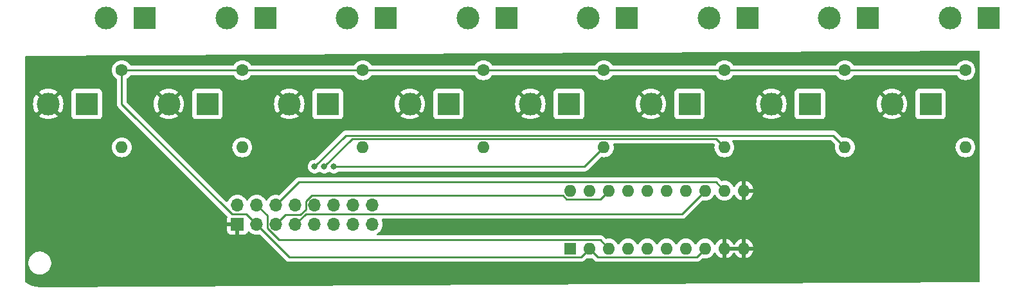
<source format=gbl>
%TF.GenerationSoftware,KiCad,Pcbnew,7.0.7*%
%TF.CreationDate,2023-09-28T15:43:30-05:00*%
%TF.ProjectId,iowa-rover-kiosk-level-buttons,696f7761-2d72-46f7-9665-722d6b696f73,rev?*%
%TF.SameCoordinates,Original*%
%TF.FileFunction,Copper,L2,Bot*%
%TF.FilePolarity,Positive*%
%FSLAX46Y46*%
G04 Gerber Fmt 4.6, Leading zero omitted, Abs format (unit mm)*
G04 Created by KiCad (PCBNEW 7.0.7) date 2023-09-28 15:43:30*
%MOMM*%
%LPD*%
G01*
G04 APERTURE LIST*
%TA.AperFunction,ComponentPad*%
%ADD10R,3.000000X3.000000*%
%TD*%
%TA.AperFunction,ComponentPad*%
%ADD11C,3.000000*%
%TD*%
%TA.AperFunction,ComponentPad*%
%ADD12C,1.600000*%
%TD*%
%TA.AperFunction,ComponentPad*%
%ADD13O,1.600000X1.600000*%
%TD*%
%TA.AperFunction,ComponentPad*%
%ADD14R,1.600000X1.600000*%
%TD*%
%TA.AperFunction,ComponentPad*%
%ADD15R,1.700000X1.700000*%
%TD*%
%TA.AperFunction,ComponentPad*%
%ADD16O,1.700000X1.700000*%
%TD*%
%TA.AperFunction,ViaPad*%
%ADD17C,0.800000*%
%TD*%
%TA.AperFunction,Conductor*%
%ADD18C,0.250000*%
%TD*%
G04 APERTURE END LIST*
D10*
%TO.P,Btn Down 1,1,1*%
%TO.N,Net-(J1-Pin_10)*%
X172560000Y-67310000D03*
D11*
%TO.P,Btn Down 1,2,2*%
%TO.N,GND*%
X167480000Y-67310000D03*
%TD*%
D12*
%TO.P,R2,1*%
%TO.N,+5V*%
X177165000Y-62865000D03*
D13*
%TO.P,R2,2*%
%TO.N,Net-(J1-Pin_10)*%
X177165000Y-73025000D03*
%TD*%
D10*
%TO.P,Lamp Up 3,1,-*%
%TO.N,Net-(LA5--)*%
X132555000Y-56000000D03*
D11*
%TO.P,Lamp Up 3,2,+*%
%TO.N,+5V*%
X127475000Y-56000000D03*
%TD*%
D12*
%TO.P,R5,1*%
%TO.N,+5V*%
X129540000Y-62865000D03*
D13*
%TO.P,R5,2*%
%TO.N,Net-(J1-Pin_16)*%
X129540000Y-73025000D03*
%TD*%
D10*
%TO.P,Lamp Up 2,1,-*%
%TO.N,Net-(LA3--)*%
X164305000Y-56000000D03*
D11*
%TO.P,Lamp Up 2,2,+*%
%TO.N,+5V*%
X159225000Y-56000000D03*
%TD*%
D12*
%TO.P,R6,1*%
%TO.N,+5V*%
X113665000Y-62865000D03*
D13*
%TO.P,R6,2*%
%TO.N,Net-(J1-Pin_15)*%
X113665000Y-73025000D03*
%TD*%
D14*
%TO.P,U2,1,NC*%
%TO.N,unconnected-(U2-NC-Pad1)*%
X140970000Y-86360000D03*
D13*
%TO.P,U2,2,VCC*%
%TO.N,+5V*%
X143510000Y-86360000D03*
%TO.P,U2,3,SERIN*%
%TO.N,/COPI*%
X146050000Y-86360000D03*
%TO.P,U2,4,DRAIN0*%
%TO.N,Net-(LA1--)*%
X148590000Y-86360000D03*
%TO.P,U2,5,DRAIN1*%
%TO.N,Net-(LA2--)*%
X151130000Y-86360000D03*
%TO.P,U2,6,DRAIN2*%
%TO.N,Net-(LA4--)*%
X153670000Y-86360000D03*
%TO.P,U2,7,DRAIN3*%
%TO.N,Net-(LA3--)*%
X156210000Y-86360000D03*
%TO.P,U2,8,SRCLR*%
%TO.N,+5V*%
X158750000Y-86360000D03*
%TO.P,U2,9,G*%
%TO.N,GND*%
X161290000Y-86360000D03*
%TO.P,U2,10,GND*%
X163830000Y-86360000D03*
%TO.P,U2,11,GND*%
X163830000Y-78740000D03*
%TO.P,U2,12,RCK*%
%TO.N,/LATCH*%
X161290000Y-78740000D03*
%TO.P,U2,13,SRCK*%
%TO.N,/CLOCK*%
X158750000Y-78740000D03*
%TO.P,U2,14,DRAIN4*%
%TO.N,Net-(LA5--)*%
X156210000Y-78740000D03*
%TO.P,U2,15,DRAIN5*%
%TO.N,Net-(LA6--)*%
X153670000Y-78740000D03*
%TO.P,U2,16,DRAIN6*%
%TO.N,Net-(LA7--)*%
X151130000Y-78740000D03*
%TO.P,U2,17,DRAIN7*%
%TO.N,Net-(LA8--)*%
X148590000Y-78740000D03*
%TO.P,U2,18,SEROUT*%
%TO.N,/CIPO*%
X146050000Y-78740000D03*
%TO.P,U2,19,GND*%
%TO.N,GND*%
X143510000Y-78740000D03*
%TO.P,U2,20,NC*%
%TO.N,unconnected-(U2-NC-Pad20)*%
X140970000Y-78740000D03*
%TD*%
D15*
%TO.P,J1,1,Pin_1*%
%TO.N,GND*%
X97155000Y-83185000D03*
D16*
%TO.P,J1,2,Pin_2*%
%TO.N,+12V*%
X97155000Y-80645000D03*
%TO.P,J1,3,Pin_3*%
%TO.N,+5V*%
X99695000Y-83185000D03*
%TO.P,J1,4,Pin_4*%
%TO.N,/COPI*%
X99695000Y-80645000D03*
%TO.P,J1,5,Pin_5*%
%TO.N,/CIPO*%
X102235000Y-83185000D03*
%TO.P,J1,6,Pin_6*%
%TO.N,/LATCH*%
X102235000Y-80645000D03*
%TO.P,J1,7,Pin_7*%
%TO.N,/CLOCK*%
X104775000Y-83185000D03*
%TO.P,J1,8,Pin_8*%
%TO.N,unconnected-(J1-Pin_8-Pad8)*%
X104775000Y-80645000D03*
%TO.P,J1,9,Pin_9*%
%TO.N,Net-(J1-Pin_9)*%
X107315000Y-83185000D03*
%TO.P,J1,10,Pin_10*%
%TO.N,Net-(J1-Pin_10)*%
X107315000Y-80645000D03*
%TO.P,J1,11,Pin_11*%
%TO.N,Net-(J1-Pin_11)*%
X109855000Y-83185000D03*
%TO.P,J1,12,Pin_12*%
%TO.N,Net-(J1-Pin_12)*%
X109855000Y-80645000D03*
%TO.P,J1,13,Pin_13*%
%TO.N,Net-(J1-Pin_13)*%
X112395000Y-83185000D03*
%TO.P,J1,14,Pin_14*%
%TO.N,Net-(J1-Pin_14)*%
X112395000Y-80645000D03*
%TO.P,J1,15,Pin_15*%
%TO.N,Net-(J1-Pin_15)*%
X114935000Y-83185000D03*
%TO.P,J1,16,Pin_16*%
%TO.N,Net-(J1-Pin_16)*%
X114935000Y-80645000D03*
%TD*%
D12*
%TO.P,R8,1*%
%TO.N,+5V*%
X81915000Y-62865000D03*
D13*
%TO.P,R8,2*%
%TO.N,Net-(J1-Pin_13)*%
X81915000Y-73025000D03*
%TD*%
D10*
%TO.P,Btn Down 4,1,1*%
%TO.N,Net-(J1-Pin_13)*%
X77310000Y-67310000D03*
D11*
%TO.P,Btn Down 4,2,2*%
%TO.N,GND*%
X72230000Y-67310000D03*
%TD*%
D12*
%TO.P,R1,1*%
%TO.N,+5V*%
X193040000Y-62865000D03*
D13*
%TO.P,R1,2*%
%TO.N,Net-(J1-Pin_9)*%
X193040000Y-73025000D03*
%TD*%
D10*
%TO.P,Btn Up 3,1,1*%
%TO.N,Net-(J1-Pin_16)*%
X124935000Y-67310000D03*
D11*
%TO.P,Btn Up 3,2,2*%
%TO.N,GND*%
X119855000Y-67310000D03*
%TD*%
D10*
%TO.P,Lamp Down 1,1,-*%
%TO.N,Net-(LA2--)*%
X180180000Y-56000000D03*
D11*
%TO.P,Lamp Down 1,2,+*%
%TO.N,+5V*%
X175100000Y-56000000D03*
%TD*%
D10*
%TO.P,Lamp Down 4,1,-*%
%TO.N,Net-(LA8--)*%
X84930000Y-56000000D03*
D11*
%TO.P,Lamp Down 4,2,+*%
%TO.N,+5V*%
X79850000Y-56000000D03*
%TD*%
D10*
%TO.P,Btn Up 2,1,1*%
%TO.N,Net-(J1-Pin_11)*%
X156685000Y-67310000D03*
D11*
%TO.P,Btn Up 2,2,2*%
%TO.N,GND*%
X151605000Y-67310000D03*
%TD*%
D12*
%TO.P,R7,1*%
%TO.N,+5V*%
X97790000Y-62865000D03*
D13*
%TO.P,R7,2*%
%TO.N,Net-(J1-Pin_14)*%
X97790000Y-73025000D03*
%TD*%
D10*
%TO.P,Lamp Down 2,1,-*%
%TO.N,Net-(LA4--)*%
X148430000Y-56000000D03*
D11*
%TO.P,Lamp Down 2,2,+*%
%TO.N,+5V*%
X143350000Y-56000000D03*
%TD*%
D10*
%TO.P,Btn Up 1,1,1*%
%TO.N,Net-(J1-Pin_9)*%
X188435000Y-67310000D03*
D11*
%TO.P,Btn Up 1,2,2*%
%TO.N,GND*%
X183355000Y-67310000D03*
%TD*%
D10*
%TO.P,Btn Down 3,1,1*%
%TO.N,Net-(J1-Pin_15)*%
X109060000Y-67310000D03*
D11*
%TO.P,Btn Down 3,2,2*%
%TO.N,GND*%
X103980000Y-67310000D03*
%TD*%
D12*
%TO.P,R4,1*%
%TO.N,+5V*%
X145415000Y-62865000D03*
D13*
%TO.P,R4,2*%
%TO.N,Net-(J1-Pin_12)*%
X145415000Y-73025000D03*
%TD*%
D10*
%TO.P,Lamp Up 1,1,-*%
%TO.N,Net-(LA1--)*%
X196055000Y-56000000D03*
D11*
%TO.P,Lamp Up 1,2,+*%
%TO.N,+5V*%
X190975000Y-56000000D03*
%TD*%
D10*
%TO.P,Btn Down 2,1,1*%
%TO.N,Net-(J1-Pin_12)*%
X140810000Y-67310000D03*
D11*
%TO.P,Btn Down 2,2,2*%
%TO.N,GND*%
X135730000Y-67310000D03*
%TD*%
D12*
%TO.P,R3,1*%
%TO.N,+5V*%
X161290000Y-62865000D03*
D13*
%TO.P,R3,2*%
%TO.N,Net-(J1-Pin_11)*%
X161290000Y-73025000D03*
%TD*%
D10*
%TO.P,Lamp Up 4,1,-*%
%TO.N,Net-(LA7--)*%
X100805000Y-56000000D03*
D11*
%TO.P,Lamp Up 4,2,+*%
%TO.N,+5V*%
X95725000Y-56000000D03*
%TD*%
D10*
%TO.P,Btn Up 4,1,1*%
%TO.N,Net-(J1-Pin_14)*%
X93185000Y-67310000D03*
D11*
%TO.P,Btn Up 4,2,2*%
%TO.N,GND*%
X88105000Y-67310000D03*
%TD*%
D10*
%TO.P,Lamp Down 3,1,-*%
%TO.N,Net-(LA6--)*%
X116680000Y-56000000D03*
D11*
%TO.P,Lamp Down 3,2,+*%
%TO.N,+5V*%
X111600000Y-56000000D03*
%TD*%
D17*
%TO.N,Net-(J1-Pin_10)*%
X107315000Y-75565000D03*
%TO.N,Net-(J1-Pin_11)*%
X108585000Y-75565000D03*
%TO.N,Net-(J1-Pin_12)*%
X109855000Y-75565000D03*
%TD*%
D18*
%TO.N,+5V*%
X193040000Y-62865000D02*
X177165000Y-62865000D01*
X96425000Y-81820000D02*
X81915000Y-67310000D01*
X97790000Y-62865000D02*
X81915000Y-62865000D01*
X129540000Y-62865000D02*
X113665000Y-62865000D01*
X98330000Y-81820000D02*
X96425000Y-81820000D01*
X143510000Y-86360000D02*
X142385000Y-87485000D01*
X81915000Y-67310000D02*
X81915000Y-62865000D01*
X103995000Y-87485000D02*
X99695000Y-83185000D01*
X142385000Y-87485000D02*
X103995000Y-87485000D01*
X143510000Y-86360000D02*
X144635000Y-87485000D01*
X99695000Y-83185000D02*
X98330000Y-81820000D01*
X177165000Y-62865000D02*
X161290000Y-62865000D01*
X157625000Y-87485000D02*
X158750000Y-86360000D01*
X161290000Y-62865000D02*
X145415000Y-62865000D01*
X145415000Y-62865000D02*
X129540000Y-62865000D01*
X144635000Y-87485000D02*
X157625000Y-87485000D01*
X113665000Y-62865000D02*
X97790000Y-62865000D01*
%TO.N,/COPI*%
X99695000Y-80645000D02*
X101060000Y-82010000D01*
X102623299Y-85235000D02*
X144925000Y-85235000D01*
X101060000Y-82010000D02*
X101060000Y-83671701D01*
X144925000Y-85235000D02*
X146050000Y-86360000D01*
X101060000Y-83671701D02*
X102623299Y-85235000D01*
%TO.N,/CIPO*%
X106140000Y-80158299D02*
X106923299Y-79375000D01*
X106923299Y-79375000D02*
X140014009Y-79375000D01*
X102235000Y-83185000D02*
X103505000Y-81915000D01*
X144925000Y-79865000D02*
X146050000Y-78740000D01*
X103505000Y-81915000D02*
X105408604Y-81915000D01*
X106140000Y-81183604D02*
X106140000Y-80158299D01*
X140014009Y-79375000D02*
X140504009Y-79865000D01*
X140504009Y-79865000D02*
X144925000Y-79865000D01*
X105408604Y-81915000D02*
X106140000Y-81183604D01*
%TO.N,/LATCH*%
X160165000Y-77615000D02*
X161290000Y-78740000D01*
X105265000Y-77615000D02*
X160165000Y-77615000D01*
X102235000Y-80645000D02*
X105265000Y-77615000D01*
%TO.N,/CLOCK*%
X155670000Y-81820000D02*
X158750000Y-78740000D01*
X104775000Y-83185000D02*
X106140000Y-81820000D01*
X106140000Y-81820000D02*
X155670000Y-81820000D01*
%TO.N,Net-(J1-Pin_10)*%
X175590000Y-71450000D02*
X111430000Y-71450000D01*
X177165000Y-73025000D02*
X175590000Y-71450000D01*
X111430000Y-71450000D02*
X107315000Y-75565000D01*
%TO.N,Net-(J1-Pin_11)*%
X161290000Y-73025000D02*
X160165000Y-71900000D01*
X112250000Y-71900000D02*
X108585000Y-75565000D01*
X160165000Y-71900000D02*
X112250000Y-71900000D01*
%TO.N,Net-(J1-Pin_12)*%
X145415000Y-73025000D02*
X142875000Y-75565000D01*
X142875000Y-75565000D02*
X109855000Y-75565000D01*
%TD*%
%TA.AperFunction,Conductor*%
%TO.N,GND*%
G36*
X163386463Y-86129685D02*
G01*
X163432218Y-86182489D01*
X163442162Y-86251647D01*
X163441897Y-86253397D01*
X163425014Y-86359996D01*
X163425014Y-86360003D01*
X163441897Y-86466603D01*
X163432942Y-86535896D01*
X163387946Y-86589348D01*
X163321194Y-86609987D01*
X163319424Y-86610000D01*
X161800576Y-86610000D01*
X161733537Y-86590315D01*
X161687782Y-86537511D01*
X161677838Y-86468353D01*
X161678103Y-86466603D01*
X161694986Y-86360003D01*
X161694986Y-86359996D01*
X161678103Y-86253397D01*
X161687058Y-86184104D01*
X161732054Y-86130652D01*
X161798806Y-86110013D01*
X161800576Y-86110000D01*
X163319424Y-86110000D01*
X163386463Y-86129685D01*
G37*
%TD.AperFunction*%
%TA.AperFunction,Conductor*%
G36*
X194887512Y-60344974D02*
G01*
X194933533Y-60397547D01*
X194945000Y-60449627D01*
X194945000Y-90681625D01*
X194925315Y-90748664D01*
X194872511Y-90794419D01*
X194821626Y-90805623D01*
X70964721Y-91431162D01*
X70960931Y-91431065D01*
X70784009Y-91421130D01*
X70777782Y-91420464D01*
X70619272Y-91395357D01*
X70444126Y-91365599D01*
X70438462Y-91364362D01*
X70278334Y-91321456D01*
X70112292Y-91273621D01*
X70107234Y-91271925D01*
X69950310Y-91211687D01*
X69792378Y-91146269D01*
X69787956Y-91144231D01*
X69637066Y-91067349D01*
X69488130Y-90985035D01*
X69484352Y-90982768D01*
X69341657Y-90890099D01*
X69267244Y-90837300D01*
X69223961Y-90782452D01*
X69215000Y-90736171D01*
X69215000Y-88389334D01*
X69619500Y-88389334D01*
X69660429Y-88634616D01*
X69741169Y-88869802D01*
X69741172Y-88869811D01*
X69859524Y-89088506D01*
X69859526Y-89088509D01*
X70012262Y-89284744D01*
X70142416Y-89404559D01*
X70195217Y-89453166D01*
X70403393Y-89589173D01*
X70631118Y-89689063D01*
X70872175Y-89750107D01*
X70872179Y-89750108D01*
X70872181Y-89750108D01*
X70872186Y-89750109D01*
X71005376Y-89761145D01*
X71057933Y-89765500D01*
X71057935Y-89765500D01*
X71182065Y-89765500D01*
X71182067Y-89765500D01*
X71243284Y-89760427D01*
X71367813Y-89750109D01*
X71367816Y-89750108D01*
X71367821Y-89750108D01*
X71608881Y-89689063D01*
X71836607Y-89589173D01*
X72044785Y-89453164D01*
X72227738Y-89284744D01*
X72380474Y-89088509D01*
X72498828Y-88869810D01*
X72579571Y-88634614D01*
X72620500Y-88389335D01*
X72620500Y-88140665D01*
X72579571Y-87895386D01*
X72498828Y-87660190D01*
X72380474Y-87441491D01*
X72227738Y-87245256D01*
X72044785Y-87076836D01*
X72044782Y-87076833D01*
X71836606Y-86940826D01*
X71608881Y-86840936D01*
X71367824Y-86779892D01*
X71367813Y-86779890D01*
X71202548Y-86766197D01*
X71182067Y-86764500D01*
X71057933Y-86764500D01*
X71038521Y-86766108D01*
X70872186Y-86779890D01*
X70872175Y-86779892D01*
X70631118Y-86840936D01*
X70403393Y-86940826D01*
X70195217Y-87076833D01*
X70012261Y-87245257D01*
X69859524Y-87441493D01*
X69741172Y-87660188D01*
X69741169Y-87660197D01*
X69660429Y-87895383D01*
X69619500Y-88140665D01*
X69619500Y-88389334D01*
X69215000Y-88389334D01*
X69215000Y-73025001D01*
X80609532Y-73025001D01*
X80629364Y-73251686D01*
X80629366Y-73251697D01*
X80688258Y-73471488D01*
X80688261Y-73471497D01*
X80784431Y-73677732D01*
X80784432Y-73677734D01*
X80914954Y-73864141D01*
X81075858Y-74025045D01*
X81075861Y-74025047D01*
X81262266Y-74155568D01*
X81468504Y-74251739D01*
X81688308Y-74310635D01*
X81845780Y-74324412D01*
X81914998Y-74330468D01*
X81915000Y-74330468D01*
X81915002Y-74330468D01*
X81984220Y-74324412D01*
X82141692Y-74310635D01*
X82361496Y-74251739D01*
X82567734Y-74155568D01*
X82754139Y-74025047D01*
X82915047Y-73864139D01*
X83045568Y-73677734D01*
X83141739Y-73471496D01*
X83200635Y-73251692D01*
X83220468Y-73025000D01*
X83200635Y-72798308D01*
X83141739Y-72578504D01*
X83045568Y-72372266D01*
X82915047Y-72185861D01*
X82915045Y-72185858D01*
X82754141Y-72024954D01*
X82567734Y-71894432D01*
X82567732Y-71894431D01*
X82361497Y-71798261D01*
X82361488Y-71798258D01*
X82141697Y-71739366D01*
X82141693Y-71739365D01*
X82141692Y-71739365D01*
X82141691Y-71739364D01*
X82141686Y-71739364D01*
X81915002Y-71719532D01*
X81914998Y-71719532D01*
X81688313Y-71739364D01*
X81688302Y-71739366D01*
X81468511Y-71798258D01*
X81468502Y-71798261D01*
X81262267Y-71894431D01*
X81262265Y-71894432D01*
X81075858Y-72024954D01*
X80914954Y-72185858D01*
X80784432Y-72372265D01*
X80784431Y-72372267D01*
X80688261Y-72578502D01*
X80688258Y-72578511D01*
X80629366Y-72798302D01*
X80629364Y-72798313D01*
X80609532Y-73024998D01*
X80609532Y-73025001D01*
X69215000Y-73025001D01*
X69215000Y-67310001D01*
X70224891Y-67310001D01*
X70245300Y-67595362D01*
X70306109Y-67874895D01*
X70406091Y-68142958D01*
X70543191Y-68394038D01*
X70543196Y-68394046D01*
X70649882Y-68536561D01*
X70649883Y-68536562D01*
X71434520Y-67751924D01*
X71495843Y-67718439D01*
X71565534Y-67723423D01*
X71621468Y-67765294D01*
X71621664Y-67765557D01*
X71673433Y-67835094D01*
X71779125Y-67923781D01*
X71817827Y-67981952D01*
X71818935Y-68051813D01*
X71787100Y-68106451D01*
X71003436Y-68890114D01*
X71003436Y-68890115D01*
X71145960Y-68996807D01*
X71145961Y-68996808D01*
X71397042Y-69133908D01*
X71397041Y-69133908D01*
X71665104Y-69233890D01*
X71944637Y-69294699D01*
X72229999Y-69315109D01*
X72230001Y-69315109D01*
X72515362Y-69294699D01*
X72794895Y-69233890D01*
X73062958Y-69133908D01*
X73314047Y-68996803D01*
X73456561Y-68890116D01*
X73456562Y-68890115D01*
X73424317Y-68857870D01*
X75309500Y-68857870D01*
X75309501Y-68857876D01*
X75315908Y-68917483D01*
X75366202Y-69052328D01*
X75366206Y-69052335D01*
X75452452Y-69167544D01*
X75452455Y-69167547D01*
X75567664Y-69253793D01*
X75567671Y-69253797D01*
X75702517Y-69304091D01*
X75702516Y-69304091D01*
X75709444Y-69304835D01*
X75762127Y-69310500D01*
X78857872Y-69310499D01*
X78917483Y-69304091D01*
X79052331Y-69253796D01*
X79167546Y-69167546D01*
X79253796Y-69052331D01*
X79304091Y-68917483D01*
X79310500Y-68857873D01*
X79310499Y-65762128D01*
X79304091Y-65702517D01*
X79274506Y-65623196D01*
X79253797Y-65567671D01*
X79253793Y-65567664D01*
X79167547Y-65452455D01*
X79167544Y-65452452D01*
X79052335Y-65366206D01*
X79052328Y-65366202D01*
X78917482Y-65315908D01*
X78917483Y-65315908D01*
X78857883Y-65309501D01*
X78857881Y-65309500D01*
X78857873Y-65309500D01*
X78857864Y-65309500D01*
X75762129Y-65309500D01*
X75762123Y-65309501D01*
X75702516Y-65315908D01*
X75567671Y-65366202D01*
X75567664Y-65366206D01*
X75452455Y-65452452D01*
X75452452Y-65452455D01*
X75366206Y-65567664D01*
X75366202Y-65567671D01*
X75315908Y-65702517D01*
X75309501Y-65762116D01*
X75309501Y-65762123D01*
X75309500Y-65762135D01*
X75309500Y-68857870D01*
X73424317Y-68857870D01*
X72673095Y-68106648D01*
X72639610Y-68045325D01*
X72644594Y-67975633D01*
X72686466Y-67919700D01*
X72692638Y-67915366D01*
X72721844Y-67896157D01*
X72843764Y-67766930D01*
X72843764Y-67766929D01*
X72848720Y-67761677D01*
X72850222Y-67763094D01*
X72897836Y-67727243D01*
X72967514Y-67722063D01*
X73028931Y-67755377D01*
X73029176Y-67755622D01*
X73810115Y-68536562D01*
X73810116Y-68536561D01*
X73916803Y-68394047D01*
X74053908Y-68142958D01*
X74153890Y-67874895D01*
X74214699Y-67595362D01*
X74235109Y-67310001D01*
X74235109Y-67309998D01*
X74214699Y-67024637D01*
X74153890Y-66745104D01*
X74053908Y-66477041D01*
X73916808Y-66225961D01*
X73916807Y-66225960D01*
X73810115Y-66083436D01*
X73025478Y-66868074D01*
X72964155Y-66901559D01*
X72894463Y-66896575D01*
X72838530Y-66854703D01*
X72838334Y-66854441D01*
X72786566Y-66784905D01*
X72739133Y-66745104D01*
X72680871Y-66696215D01*
X72642170Y-66638046D01*
X72641062Y-66568185D01*
X72672897Y-66513547D01*
X73456562Y-65729883D01*
X73456561Y-65729882D01*
X73314046Y-65623196D01*
X73314038Y-65623191D01*
X73062957Y-65486091D01*
X73062958Y-65486091D01*
X72794895Y-65386109D01*
X72515362Y-65325300D01*
X72230001Y-65304891D01*
X72229999Y-65304891D01*
X71944637Y-65325300D01*
X71665104Y-65386109D01*
X71397041Y-65486091D01*
X71145961Y-65623191D01*
X71145953Y-65623196D01*
X71003436Y-65729882D01*
X71003436Y-65729883D01*
X71786904Y-66513351D01*
X71820389Y-66574674D01*
X71815405Y-66644366D01*
X71773533Y-66700299D01*
X71767365Y-66704631D01*
X71738155Y-66723843D01*
X71611280Y-66858323D01*
X71609782Y-66856910D01*
X71562125Y-66892770D01*
X71492446Y-66897927D01*
X71431040Y-66864594D01*
X71430823Y-66864377D01*
X70649883Y-66083436D01*
X70649882Y-66083437D01*
X70543196Y-66225953D01*
X70543191Y-66225961D01*
X70406091Y-66477041D01*
X70306109Y-66745104D01*
X70245300Y-67024637D01*
X70224891Y-67309998D01*
X70224891Y-67310001D01*
X69215000Y-67310001D01*
X69215000Y-62865001D01*
X80609532Y-62865001D01*
X80629364Y-63091686D01*
X80629366Y-63091697D01*
X80688258Y-63311488D01*
X80688261Y-63311497D01*
X80784431Y-63517732D01*
X80784432Y-63517734D01*
X80914954Y-63704141D01*
X81075858Y-63865045D01*
X81236623Y-63977613D01*
X81280248Y-64032189D01*
X81289500Y-64079188D01*
X81289500Y-67227255D01*
X81287775Y-67242872D01*
X81288061Y-67242899D01*
X81287326Y-67250665D01*
X81289500Y-67319814D01*
X81289500Y-67349343D01*
X81289501Y-67349360D01*
X81290368Y-67356231D01*
X81290826Y-67362050D01*
X81292290Y-67408624D01*
X81292291Y-67408627D01*
X81297880Y-67427867D01*
X81301824Y-67446911D01*
X81304336Y-67466791D01*
X81321490Y-67510119D01*
X81323382Y-67515647D01*
X81336381Y-67560388D01*
X81346580Y-67577634D01*
X81355136Y-67595100D01*
X81362252Y-67613070D01*
X81362514Y-67613732D01*
X81389898Y-67651423D01*
X81393106Y-67656307D01*
X81416827Y-67696416D01*
X81416833Y-67696424D01*
X81430990Y-67710580D01*
X81443627Y-67725375D01*
X81455406Y-67741587D01*
X81472075Y-67755377D01*
X81491309Y-67771288D01*
X81495620Y-67775210D01*
X88657076Y-74936666D01*
X95792169Y-82071759D01*
X95825654Y-82133082D01*
X95820671Y-82202770D01*
X95811402Y-82227623D01*
X95811401Y-82227624D01*
X95805000Y-82287155D01*
X95805000Y-82935000D01*
X96541653Y-82935000D01*
X96608692Y-82954685D01*
X96654447Y-83007489D01*
X96664391Y-83076647D01*
X96660631Y-83093933D01*
X96655000Y-83113111D01*
X96655000Y-83256888D01*
X96660631Y-83276067D01*
X96660630Y-83345936D01*
X96622855Y-83404714D01*
X96559299Y-83433738D01*
X96541653Y-83435000D01*
X95805000Y-83435000D01*
X95805000Y-84082844D01*
X95811401Y-84142372D01*
X95811403Y-84142379D01*
X95861645Y-84277086D01*
X95861649Y-84277093D01*
X95947809Y-84392187D01*
X95947812Y-84392190D01*
X96062906Y-84478350D01*
X96062913Y-84478354D01*
X96197620Y-84528596D01*
X96197627Y-84528598D01*
X96257155Y-84534999D01*
X96257172Y-84535000D01*
X96905000Y-84535000D01*
X96905000Y-83797301D01*
X96924685Y-83730262D01*
X96977489Y-83684507D01*
X97046647Y-83674563D01*
X97119237Y-83685000D01*
X97119238Y-83685000D01*
X97190762Y-83685000D01*
X97190763Y-83685000D01*
X97263353Y-83674563D01*
X97332512Y-83684507D01*
X97385315Y-83730262D01*
X97405000Y-83797301D01*
X97405000Y-84535000D01*
X98052828Y-84535000D01*
X98052844Y-84534999D01*
X98112372Y-84528598D01*
X98112379Y-84528596D01*
X98247086Y-84478354D01*
X98247093Y-84478350D01*
X98362187Y-84392190D01*
X98362190Y-84392187D01*
X98448350Y-84277093D01*
X98448354Y-84277086D01*
X98497422Y-84145529D01*
X98539293Y-84089595D01*
X98604757Y-84065178D01*
X98673030Y-84080030D01*
X98701285Y-84101181D01*
X98823599Y-84223495D01*
X98900135Y-84277086D01*
X99017165Y-84359032D01*
X99017167Y-84359033D01*
X99017170Y-84359035D01*
X99231337Y-84458903D01*
X99459592Y-84520063D01*
X99630319Y-84535000D01*
X99694999Y-84540659D01*
X99695000Y-84540659D01*
X99695001Y-84540659D01*
X99759681Y-84535000D01*
X99930408Y-84520063D01*
X100030873Y-84493143D01*
X100100722Y-84494806D01*
X100150646Y-84525236D01*
X101860261Y-86234852D01*
X103494197Y-87868788D01*
X103504022Y-87881051D01*
X103504243Y-87880869D01*
X103509214Y-87886878D01*
X103530043Y-87906437D01*
X103559635Y-87934226D01*
X103580529Y-87955120D01*
X103586011Y-87959373D01*
X103590443Y-87963157D01*
X103624418Y-87995062D01*
X103641976Y-88004714D01*
X103658235Y-88015395D01*
X103674064Y-88027673D01*
X103716838Y-88046182D01*
X103722056Y-88048738D01*
X103762908Y-88071197D01*
X103782316Y-88076180D01*
X103800717Y-88082480D01*
X103819104Y-88090437D01*
X103862488Y-88097308D01*
X103865119Y-88097725D01*
X103870839Y-88098909D01*
X103915981Y-88110500D01*
X103936016Y-88110500D01*
X103955414Y-88112026D01*
X103975194Y-88115159D01*
X103975195Y-88115160D01*
X103975195Y-88115159D01*
X103975196Y-88115160D01*
X104021583Y-88110775D01*
X104027422Y-88110500D01*
X142302257Y-88110500D01*
X142317877Y-88112224D01*
X142317904Y-88111939D01*
X142325660Y-88112671D01*
X142325667Y-88112673D01*
X142394814Y-88110500D01*
X142424350Y-88110500D01*
X142431228Y-88109630D01*
X142437041Y-88109172D01*
X142483627Y-88107709D01*
X142502869Y-88102117D01*
X142521912Y-88098174D01*
X142541792Y-88095664D01*
X142585122Y-88078507D01*
X142590646Y-88076617D01*
X142594396Y-88075527D01*
X142635390Y-88063618D01*
X142652629Y-88053422D01*
X142670103Y-88044862D01*
X142688727Y-88037488D01*
X142688727Y-88037487D01*
X142688732Y-88037486D01*
X142726449Y-88010082D01*
X142731305Y-88006892D01*
X142771420Y-87983170D01*
X142785589Y-87968999D01*
X142800379Y-87956368D01*
X142816587Y-87944594D01*
X142846299Y-87908676D01*
X142850212Y-87904376D01*
X143095178Y-87659411D01*
X143156500Y-87625927D01*
X143214947Y-87627317D01*
X143283308Y-87645635D01*
X143440780Y-87659412D01*
X143509998Y-87665468D01*
X143510000Y-87665468D01*
X143510002Y-87665468D01*
X143570328Y-87660190D01*
X143736692Y-87645635D01*
X143805048Y-87627319D01*
X143874897Y-87628982D01*
X143924822Y-87659413D01*
X144134197Y-87868788D01*
X144144022Y-87881051D01*
X144144243Y-87880869D01*
X144149214Y-87886878D01*
X144170043Y-87906437D01*
X144199635Y-87934226D01*
X144220529Y-87955120D01*
X144226011Y-87959373D01*
X144230443Y-87963157D01*
X144264418Y-87995062D01*
X144281976Y-88004714D01*
X144298235Y-88015395D01*
X144314064Y-88027673D01*
X144356838Y-88046182D01*
X144362056Y-88048738D01*
X144402908Y-88071197D01*
X144422316Y-88076180D01*
X144440717Y-88082480D01*
X144459104Y-88090437D01*
X144502488Y-88097308D01*
X144505119Y-88097725D01*
X144510839Y-88098909D01*
X144555981Y-88110500D01*
X144576016Y-88110500D01*
X144595414Y-88112026D01*
X144615194Y-88115159D01*
X144615195Y-88115160D01*
X144615195Y-88115159D01*
X144615196Y-88115160D01*
X144661583Y-88110775D01*
X144667422Y-88110500D01*
X157542257Y-88110500D01*
X157557877Y-88112224D01*
X157557904Y-88111939D01*
X157565660Y-88112671D01*
X157565667Y-88112673D01*
X157634814Y-88110500D01*
X157664350Y-88110500D01*
X157671228Y-88109630D01*
X157677041Y-88109172D01*
X157723627Y-88107709D01*
X157742869Y-88102117D01*
X157761912Y-88098174D01*
X157781792Y-88095664D01*
X157825122Y-88078507D01*
X157830646Y-88076617D01*
X157834396Y-88075527D01*
X157875390Y-88063618D01*
X157892629Y-88053422D01*
X157910103Y-88044862D01*
X157928727Y-88037488D01*
X157928727Y-88037487D01*
X157928732Y-88037486D01*
X157966449Y-88010082D01*
X157971305Y-88006892D01*
X158011420Y-87983170D01*
X158025589Y-87968999D01*
X158040379Y-87956368D01*
X158056587Y-87944594D01*
X158086299Y-87908676D01*
X158090212Y-87904376D01*
X158335178Y-87659411D01*
X158396500Y-87625927D01*
X158454947Y-87627317D01*
X158523308Y-87645635D01*
X158680780Y-87659412D01*
X158749998Y-87665468D01*
X158750000Y-87665468D01*
X158750002Y-87665468D01*
X158810328Y-87660190D01*
X158976692Y-87645635D01*
X159196496Y-87586739D01*
X159402734Y-87490568D01*
X159589139Y-87360047D01*
X159750047Y-87199139D01*
X159880568Y-87012734D01*
X159907895Y-86954129D01*
X159954064Y-86901695D01*
X160021257Y-86882542D01*
X160088139Y-86902757D01*
X160132657Y-86954133D01*
X160159865Y-87012482D01*
X160290342Y-87198820D01*
X160451179Y-87359657D01*
X160637517Y-87490134D01*
X160843673Y-87586265D01*
X160843682Y-87586269D01*
X161039999Y-87638872D01*
X161040000Y-87638871D01*
X161040000Y-86870575D01*
X161059685Y-86803536D01*
X161112489Y-86757781D01*
X161181647Y-86747837D01*
X161183331Y-86748091D01*
X161215699Y-86753218D01*
X161258515Y-86760000D01*
X161258519Y-86760000D01*
X161321485Y-86760000D01*
X161364300Y-86753218D01*
X161396602Y-86748102D01*
X161465894Y-86757056D01*
X161519347Y-86802052D01*
X161539987Y-86868803D01*
X161540000Y-86870575D01*
X161540000Y-87638872D01*
X161736317Y-87586269D01*
X161736326Y-87586265D01*
X161942482Y-87490134D01*
X162128820Y-87359657D01*
X162289657Y-87198820D01*
X162420134Y-87012481D01*
X162420135Y-87012479D01*
X162447618Y-86953543D01*
X162493790Y-86901103D01*
X162560983Y-86881951D01*
X162627864Y-86902166D01*
X162672382Y-86953543D01*
X162699864Y-87012479D01*
X162699865Y-87012481D01*
X162830342Y-87198820D01*
X162991179Y-87359657D01*
X163177517Y-87490134D01*
X163383673Y-87586265D01*
X163383682Y-87586269D01*
X163579999Y-87638872D01*
X163580000Y-87638871D01*
X163580000Y-86870575D01*
X163599685Y-86803536D01*
X163652489Y-86757781D01*
X163721647Y-86747837D01*
X163723331Y-86748091D01*
X163755699Y-86753218D01*
X163798515Y-86760000D01*
X163798519Y-86760000D01*
X163861485Y-86760000D01*
X163904300Y-86753218D01*
X163936602Y-86748102D01*
X164005894Y-86757056D01*
X164059347Y-86802052D01*
X164079987Y-86868803D01*
X164080000Y-86870575D01*
X164080000Y-87638872D01*
X164276317Y-87586269D01*
X164276326Y-87586265D01*
X164482482Y-87490134D01*
X164668820Y-87359657D01*
X164829657Y-87198820D01*
X164960134Y-87012482D01*
X165056265Y-86806326D01*
X165056269Y-86806317D01*
X165108872Y-86610000D01*
X164340576Y-86610000D01*
X164273537Y-86590315D01*
X164227782Y-86537511D01*
X164217838Y-86468353D01*
X164218103Y-86466603D01*
X164234986Y-86360003D01*
X164234986Y-86359996D01*
X164218103Y-86253397D01*
X164227058Y-86184104D01*
X164272054Y-86130652D01*
X164338806Y-86110013D01*
X164340576Y-86110000D01*
X165108872Y-86110000D01*
X165108872Y-86109999D01*
X165056269Y-85913682D01*
X165056265Y-85913673D01*
X164960134Y-85707517D01*
X164829657Y-85521179D01*
X164668820Y-85360342D01*
X164482482Y-85229865D01*
X164276328Y-85133734D01*
X164080000Y-85081127D01*
X164080000Y-85849424D01*
X164060315Y-85916463D01*
X164007511Y-85962218D01*
X163938353Y-85972162D01*
X163936602Y-85971897D01*
X163861486Y-85960000D01*
X163861481Y-85960000D01*
X163798519Y-85960000D01*
X163798514Y-85960000D01*
X163723398Y-85971897D01*
X163654104Y-85962942D01*
X163600652Y-85917946D01*
X163580013Y-85851194D01*
X163580000Y-85849424D01*
X163580000Y-85081127D01*
X163383671Y-85133734D01*
X163177517Y-85229865D01*
X162991179Y-85360342D01*
X162830342Y-85521179D01*
X162699865Y-85707517D01*
X162672382Y-85766457D01*
X162626210Y-85818896D01*
X162559016Y-85838048D01*
X162492135Y-85817832D01*
X162447618Y-85766457D01*
X162420134Y-85707517D01*
X162289657Y-85521179D01*
X162128820Y-85360342D01*
X161942482Y-85229865D01*
X161736328Y-85133734D01*
X161540000Y-85081127D01*
X161540000Y-85849424D01*
X161520315Y-85916463D01*
X161467511Y-85962218D01*
X161398353Y-85972162D01*
X161396602Y-85971897D01*
X161321486Y-85960000D01*
X161321481Y-85960000D01*
X161258519Y-85960000D01*
X161258514Y-85960000D01*
X161183398Y-85971897D01*
X161114104Y-85962942D01*
X161060652Y-85917946D01*
X161040013Y-85851194D01*
X161040000Y-85849424D01*
X161040000Y-85081127D01*
X160843671Y-85133734D01*
X160637517Y-85229865D01*
X160451179Y-85360342D01*
X160290342Y-85521179D01*
X160159867Y-85707515D01*
X160132657Y-85765867D01*
X160086484Y-85818306D01*
X160019290Y-85837457D01*
X159952409Y-85817241D01*
X159907893Y-85765865D01*
X159880570Y-85707271D01*
X159880567Y-85707265D01*
X159750045Y-85520858D01*
X159589141Y-85359954D01*
X159402734Y-85229432D01*
X159402732Y-85229431D01*
X159196497Y-85133261D01*
X159196488Y-85133258D01*
X158976697Y-85074366D01*
X158976693Y-85074365D01*
X158976692Y-85074365D01*
X158976691Y-85074364D01*
X158976686Y-85074364D01*
X158750002Y-85054532D01*
X158749998Y-85054532D01*
X158523313Y-85074364D01*
X158523302Y-85074366D01*
X158303511Y-85133258D01*
X158303502Y-85133261D01*
X158097267Y-85229431D01*
X158097265Y-85229432D01*
X157910858Y-85359954D01*
X157749954Y-85520858D01*
X157619432Y-85707265D01*
X157619431Y-85707267D01*
X157592382Y-85765275D01*
X157546209Y-85817714D01*
X157479016Y-85836866D01*
X157412135Y-85816650D01*
X157367618Y-85765275D01*
X157340568Y-85707267D01*
X157340567Y-85707265D01*
X157210045Y-85520858D01*
X157049141Y-85359954D01*
X156862734Y-85229432D01*
X156862732Y-85229431D01*
X156656497Y-85133261D01*
X156656488Y-85133258D01*
X156436697Y-85074366D01*
X156436693Y-85074365D01*
X156436692Y-85074365D01*
X156436691Y-85074364D01*
X156436686Y-85074364D01*
X156210002Y-85054532D01*
X156209998Y-85054532D01*
X155983313Y-85074364D01*
X155983302Y-85074366D01*
X155763511Y-85133258D01*
X155763502Y-85133261D01*
X155557267Y-85229431D01*
X155557265Y-85229432D01*
X155370858Y-85359954D01*
X155209954Y-85520858D01*
X155079432Y-85707265D01*
X155079431Y-85707267D01*
X155052382Y-85765275D01*
X155006209Y-85817714D01*
X154939016Y-85836866D01*
X154872135Y-85816650D01*
X154827618Y-85765275D01*
X154800568Y-85707267D01*
X154800567Y-85707265D01*
X154670045Y-85520858D01*
X154509141Y-85359954D01*
X154322734Y-85229432D01*
X154322732Y-85229431D01*
X154116497Y-85133261D01*
X154116488Y-85133258D01*
X153896697Y-85074366D01*
X153896693Y-85074365D01*
X153896692Y-85074365D01*
X153896691Y-85074364D01*
X153896686Y-85074364D01*
X153670002Y-85054532D01*
X153669998Y-85054532D01*
X153443313Y-85074364D01*
X153443302Y-85074366D01*
X153223511Y-85133258D01*
X153223502Y-85133261D01*
X153017267Y-85229431D01*
X153017265Y-85229432D01*
X152830858Y-85359954D01*
X152669954Y-85520858D01*
X152539432Y-85707265D01*
X152539431Y-85707267D01*
X152512382Y-85765275D01*
X152466209Y-85817714D01*
X152399016Y-85836866D01*
X152332135Y-85816650D01*
X152287618Y-85765275D01*
X152260568Y-85707267D01*
X152260567Y-85707265D01*
X152130045Y-85520858D01*
X151969141Y-85359954D01*
X151782734Y-85229432D01*
X151782732Y-85229431D01*
X151576497Y-85133261D01*
X151576488Y-85133258D01*
X151356697Y-85074366D01*
X151356693Y-85074365D01*
X151356692Y-85074365D01*
X151356691Y-85074364D01*
X151356686Y-85074364D01*
X151130002Y-85054532D01*
X151129998Y-85054532D01*
X150903313Y-85074364D01*
X150903302Y-85074366D01*
X150683511Y-85133258D01*
X150683502Y-85133261D01*
X150477267Y-85229431D01*
X150477265Y-85229432D01*
X150290858Y-85359954D01*
X150129954Y-85520858D01*
X149999432Y-85707265D01*
X149999431Y-85707267D01*
X149972382Y-85765275D01*
X149926209Y-85817714D01*
X149859016Y-85836866D01*
X149792135Y-85816650D01*
X149747618Y-85765275D01*
X149720568Y-85707267D01*
X149720567Y-85707265D01*
X149590045Y-85520858D01*
X149429141Y-85359954D01*
X149242734Y-85229432D01*
X149242732Y-85229431D01*
X149036497Y-85133261D01*
X149036488Y-85133258D01*
X148816697Y-85074366D01*
X148816693Y-85074365D01*
X148816692Y-85074365D01*
X148816691Y-85074364D01*
X148816686Y-85074364D01*
X148590002Y-85054532D01*
X148589998Y-85054532D01*
X148363313Y-85074364D01*
X148363302Y-85074366D01*
X148143511Y-85133258D01*
X148143502Y-85133261D01*
X147937267Y-85229431D01*
X147937265Y-85229432D01*
X147750858Y-85359954D01*
X147589954Y-85520858D01*
X147459432Y-85707265D01*
X147459431Y-85707267D01*
X147432382Y-85765275D01*
X147386209Y-85817714D01*
X147319016Y-85836866D01*
X147252135Y-85816650D01*
X147207618Y-85765275D01*
X147180568Y-85707267D01*
X147180567Y-85707265D01*
X147050045Y-85520858D01*
X146889141Y-85359954D01*
X146702734Y-85229432D01*
X146702732Y-85229431D01*
X146496497Y-85133261D01*
X146496488Y-85133258D01*
X146276697Y-85074366D01*
X146276693Y-85074365D01*
X146276692Y-85074365D01*
X146276691Y-85074364D01*
X146276686Y-85074364D01*
X146050002Y-85054532D01*
X146049999Y-85054532D01*
X145823313Y-85074364D01*
X145823296Y-85074367D01*
X145754949Y-85092680D01*
X145685099Y-85091016D01*
X145635177Y-85060586D01*
X145425803Y-84851212D01*
X145415980Y-84838950D01*
X145415759Y-84839134D01*
X145410786Y-84833123D01*
X145410785Y-84833122D01*
X145360364Y-84785773D01*
X145349919Y-84775328D01*
X145339475Y-84764883D01*
X145333986Y-84760625D01*
X145329561Y-84756847D01*
X145295582Y-84724938D01*
X145295580Y-84724936D01*
X145295577Y-84724935D01*
X145278029Y-84715288D01*
X145261763Y-84704604D01*
X145245933Y-84692325D01*
X145203168Y-84673818D01*
X145197922Y-84671248D01*
X145157093Y-84648803D01*
X145157092Y-84648802D01*
X145137693Y-84643822D01*
X145119281Y-84637518D01*
X145100898Y-84629562D01*
X145100892Y-84629560D01*
X145054874Y-84622272D01*
X145049152Y-84621087D01*
X145004021Y-84609500D01*
X145004019Y-84609500D01*
X144983984Y-84609500D01*
X144964586Y-84607973D01*
X144957162Y-84606797D01*
X144944805Y-84604840D01*
X144944804Y-84604840D01*
X144898416Y-84609225D01*
X144892578Y-84609500D01*
X115635033Y-84609500D01*
X115567994Y-84589815D01*
X115522239Y-84537011D01*
X115512295Y-84467853D01*
X115541320Y-84404297D01*
X115582629Y-84373118D01*
X115582692Y-84373088D01*
X115612830Y-84359035D01*
X115806401Y-84223495D01*
X115973495Y-84056401D01*
X116109035Y-83862830D01*
X116208903Y-83648663D01*
X116270063Y-83420408D01*
X116290659Y-83185000D01*
X116270063Y-82949592D01*
X116208903Y-82721337D01*
X116162537Y-82621905D01*
X116152045Y-82552827D01*
X116180565Y-82489043D01*
X116239041Y-82450804D01*
X116274919Y-82445500D01*
X155587257Y-82445500D01*
X155602877Y-82447224D01*
X155602904Y-82446939D01*
X155610660Y-82447671D01*
X155610667Y-82447673D01*
X155679814Y-82445500D01*
X155709350Y-82445500D01*
X155716228Y-82444630D01*
X155722041Y-82444172D01*
X155768627Y-82442709D01*
X155787869Y-82437117D01*
X155806912Y-82433174D01*
X155826792Y-82430664D01*
X155870122Y-82413507D01*
X155875646Y-82411617D01*
X155879396Y-82410527D01*
X155920390Y-82398618D01*
X155937629Y-82388422D01*
X155955103Y-82379862D01*
X155973727Y-82372488D01*
X155973727Y-82372487D01*
X155973732Y-82372486D01*
X156011449Y-82345082D01*
X156016305Y-82341892D01*
X156056420Y-82318170D01*
X156070589Y-82303999D01*
X156085379Y-82291368D01*
X156101587Y-82279594D01*
X156131299Y-82243676D01*
X156135212Y-82239376D01*
X158335178Y-80039410D01*
X158396499Y-80005927D01*
X158454946Y-80007317D01*
X158523308Y-80025635D01*
X158680780Y-80039412D01*
X158749998Y-80045468D01*
X158750000Y-80045468D01*
X158750002Y-80045468D01*
X158819220Y-80039412D01*
X158976692Y-80025635D01*
X159196496Y-79966739D01*
X159402734Y-79870568D01*
X159589139Y-79740047D01*
X159750047Y-79579139D01*
X159880568Y-79392734D01*
X159907618Y-79334724D01*
X159953790Y-79282285D01*
X160020983Y-79263133D01*
X160087865Y-79283348D01*
X160132382Y-79334725D01*
X160159429Y-79392728D01*
X160159432Y-79392734D01*
X160289954Y-79579141D01*
X160450858Y-79740045D01*
X160450861Y-79740047D01*
X160637266Y-79870568D01*
X160843504Y-79966739D01*
X160843509Y-79966740D01*
X160843511Y-79966741D01*
X160845116Y-79967171D01*
X161063308Y-80025635D01*
X161220780Y-80039412D01*
X161289998Y-80045468D01*
X161290000Y-80045468D01*
X161290002Y-80045468D01*
X161359220Y-80039412D01*
X161516692Y-80025635D01*
X161736496Y-79966739D01*
X161942734Y-79870568D01*
X162129139Y-79740047D01*
X162290047Y-79579139D01*
X162420568Y-79392734D01*
X162447895Y-79334129D01*
X162494064Y-79281695D01*
X162561257Y-79262542D01*
X162628139Y-79282757D01*
X162672657Y-79334133D01*
X162699865Y-79392482D01*
X162830342Y-79578820D01*
X162991179Y-79739657D01*
X163177517Y-79870134D01*
X163383673Y-79966265D01*
X163383682Y-79966269D01*
X163579999Y-80018872D01*
X163580000Y-80018871D01*
X163580000Y-79250575D01*
X163599685Y-79183536D01*
X163652489Y-79137781D01*
X163721647Y-79127837D01*
X163723331Y-79128091D01*
X163755699Y-79133218D01*
X163798515Y-79140000D01*
X163798519Y-79140000D01*
X163861485Y-79140000D01*
X163904300Y-79133218D01*
X163936602Y-79128102D01*
X164005894Y-79137056D01*
X164059347Y-79182052D01*
X164079987Y-79248803D01*
X164080000Y-79250575D01*
X164080000Y-80018872D01*
X164276317Y-79966269D01*
X164276326Y-79966265D01*
X164482482Y-79870134D01*
X164668820Y-79739657D01*
X164829657Y-79578820D01*
X164960134Y-79392482D01*
X165056265Y-79186326D01*
X165056269Y-79186317D01*
X165108872Y-78990000D01*
X164340576Y-78990000D01*
X164273537Y-78970315D01*
X164227782Y-78917511D01*
X164217838Y-78848353D01*
X164218103Y-78846603D01*
X164234986Y-78740003D01*
X164234986Y-78739996D01*
X164218103Y-78633397D01*
X164227058Y-78564104D01*
X164272054Y-78510652D01*
X164338806Y-78490013D01*
X164340576Y-78490000D01*
X165108872Y-78490000D01*
X165108872Y-78489999D01*
X165056269Y-78293682D01*
X165056265Y-78293673D01*
X164960134Y-78087517D01*
X164829657Y-77901179D01*
X164668820Y-77740342D01*
X164482482Y-77609865D01*
X164276328Y-77513734D01*
X164080000Y-77461127D01*
X164080000Y-78229424D01*
X164060315Y-78296463D01*
X164007511Y-78342218D01*
X163938353Y-78352162D01*
X163936602Y-78351897D01*
X163861486Y-78340000D01*
X163861481Y-78340000D01*
X163798519Y-78340000D01*
X163798514Y-78340000D01*
X163723398Y-78351897D01*
X163654104Y-78342942D01*
X163600652Y-78297946D01*
X163580013Y-78231194D01*
X163580000Y-78229424D01*
X163580000Y-77461127D01*
X163383671Y-77513734D01*
X163177517Y-77609865D01*
X162991179Y-77740342D01*
X162830342Y-77901179D01*
X162699867Y-78087515D01*
X162672657Y-78145867D01*
X162626484Y-78198306D01*
X162559290Y-78217457D01*
X162492409Y-78197241D01*
X162447893Y-78145865D01*
X162420570Y-78087271D01*
X162420567Y-78087265D01*
X162290045Y-77900858D01*
X162129141Y-77739954D01*
X161942734Y-77609432D01*
X161942732Y-77609431D01*
X161736497Y-77513261D01*
X161736488Y-77513258D01*
X161516697Y-77454366D01*
X161516693Y-77454365D01*
X161516692Y-77454365D01*
X161516691Y-77454364D01*
X161516686Y-77454364D01*
X161290002Y-77434532D01*
X161289999Y-77434532D01*
X161063313Y-77454364D01*
X161063296Y-77454367D01*
X160994949Y-77472680D01*
X160925099Y-77471016D01*
X160875177Y-77440586D01*
X160665803Y-77231212D01*
X160655980Y-77218950D01*
X160655759Y-77219134D01*
X160650786Y-77213123D01*
X160632159Y-77195631D01*
X160600364Y-77165773D01*
X160589919Y-77155328D01*
X160579475Y-77144883D01*
X160573986Y-77140625D01*
X160569561Y-77136847D01*
X160535582Y-77104938D01*
X160535580Y-77104936D01*
X160535577Y-77104935D01*
X160518029Y-77095288D01*
X160501763Y-77084604D01*
X160485933Y-77072325D01*
X160443168Y-77053818D01*
X160437922Y-77051248D01*
X160397093Y-77028803D01*
X160397092Y-77028802D01*
X160377693Y-77023822D01*
X160359281Y-77017518D01*
X160340898Y-77009562D01*
X160340892Y-77009560D01*
X160294874Y-77002272D01*
X160289152Y-77001087D01*
X160244021Y-76989500D01*
X160244019Y-76989500D01*
X160223984Y-76989500D01*
X160204586Y-76987973D01*
X160197162Y-76986797D01*
X160184805Y-76984840D01*
X160184804Y-76984840D01*
X160138416Y-76989225D01*
X160132578Y-76989500D01*
X105347738Y-76989500D01*
X105332121Y-76987776D01*
X105332094Y-76988062D01*
X105324332Y-76987327D01*
X105255204Y-76989500D01*
X105225650Y-76989500D01*
X105224929Y-76989590D01*
X105218757Y-76990369D01*
X105212945Y-76990826D01*
X105166373Y-76992290D01*
X105166372Y-76992290D01*
X105147129Y-76997881D01*
X105128079Y-77001825D01*
X105108211Y-77004334D01*
X105064884Y-77021488D01*
X105059358Y-77023379D01*
X105014614Y-77036379D01*
X105014610Y-77036381D01*
X104997366Y-77046579D01*
X104979905Y-77055133D01*
X104961274Y-77062510D01*
X104961262Y-77062517D01*
X104923570Y-77089902D01*
X104918687Y-77093109D01*
X104878580Y-77116829D01*
X104864414Y-77130995D01*
X104849624Y-77143627D01*
X104833414Y-77155404D01*
X104833411Y-77155407D01*
X104803710Y-77191309D01*
X104799777Y-77195631D01*
X102690646Y-79304761D01*
X102629323Y-79338246D01*
X102570873Y-79336855D01*
X102470408Y-79309937D01*
X102235001Y-79289341D01*
X102234999Y-79289341D01*
X101999596Y-79309936D01*
X101999586Y-79309938D01*
X101771344Y-79371094D01*
X101771335Y-79371098D01*
X101557171Y-79470964D01*
X101557169Y-79470965D01*
X101363597Y-79606505D01*
X101196505Y-79773597D01*
X101066575Y-79959158D01*
X101011998Y-80002783D01*
X100942500Y-80009977D01*
X100880145Y-79978454D01*
X100863425Y-79959158D01*
X100733494Y-79773597D01*
X100566402Y-79606506D01*
X100566396Y-79606502D01*
X100526863Y-79578820D01*
X100372834Y-79470967D01*
X100372830Y-79470965D01*
X100372828Y-79470964D01*
X100158663Y-79371097D01*
X100158659Y-79371096D01*
X100158655Y-79371094D01*
X99930413Y-79309938D01*
X99930403Y-79309936D01*
X99695001Y-79289341D01*
X99694999Y-79289341D01*
X99459596Y-79309936D01*
X99459586Y-79309938D01*
X99231344Y-79371094D01*
X99231335Y-79371098D01*
X99017171Y-79470964D01*
X99017169Y-79470965D01*
X98823597Y-79606505D01*
X98656505Y-79773597D01*
X98526575Y-79959158D01*
X98471998Y-80002783D01*
X98402500Y-80009977D01*
X98340145Y-79978454D01*
X98323425Y-79959158D01*
X98193494Y-79773597D01*
X98026402Y-79606506D01*
X98026396Y-79606502D01*
X97986863Y-79578820D01*
X97832834Y-79470967D01*
X97832830Y-79470965D01*
X97832828Y-79470964D01*
X97618663Y-79371097D01*
X97618659Y-79371096D01*
X97618655Y-79371094D01*
X97390413Y-79309938D01*
X97390403Y-79309936D01*
X97155001Y-79289341D01*
X97154999Y-79289341D01*
X96919596Y-79309936D01*
X96919586Y-79309938D01*
X96691344Y-79371094D01*
X96691335Y-79371098D01*
X96477171Y-79470964D01*
X96477169Y-79470965D01*
X96283597Y-79606505D01*
X96116505Y-79773597D01*
X95980965Y-79967169D01*
X95980964Y-79967171D01*
X95889101Y-80164172D01*
X95842928Y-80216611D01*
X95775735Y-80235763D01*
X95708854Y-80215547D01*
X95689038Y-80199448D01*
X91054590Y-75565000D01*
X106409540Y-75565000D01*
X106429326Y-75753256D01*
X106429327Y-75753259D01*
X106487818Y-75933277D01*
X106487821Y-75933284D01*
X106582467Y-76097216D01*
X106680000Y-76205537D01*
X106709129Y-76237888D01*
X106862265Y-76349148D01*
X106862270Y-76349151D01*
X107035192Y-76426142D01*
X107035197Y-76426144D01*
X107220354Y-76465500D01*
X107220355Y-76465500D01*
X107409644Y-76465500D01*
X107409646Y-76465500D01*
X107594803Y-76426144D01*
X107767730Y-76349151D01*
X107877117Y-76269676D01*
X107942920Y-76246198D01*
X108010974Y-76262023D01*
X108022871Y-76269668D01*
X108132266Y-76349148D01*
X108132270Y-76349151D01*
X108305192Y-76426142D01*
X108305197Y-76426144D01*
X108490354Y-76465500D01*
X108490355Y-76465500D01*
X108679644Y-76465500D01*
X108679646Y-76465500D01*
X108864803Y-76426144D01*
X109037730Y-76349151D01*
X109147117Y-76269676D01*
X109212920Y-76246198D01*
X109280974Y-76262023D01*
X109292871Y-76269668D01*
X109402266Y-76349148D01*
X109402270Y-76349151D01*
X109575192Y-76426142D01*
X109575197Y-76426144D01*
X109760354Y-76465500D01*
X109760355Y-76465500D01*
X109949644Y-76465500D01*
X109949646Y-76465500D01*
X110134803Y-76426144D01*
X110307730Y-76349151D01*
X110460871Y-76237888D01*
X110463788Y-76234647D01*
X110466600Y-76231526D01*
X110526087Y-76194879D01*
X110558748Y-76190500D01*
X142792257Y-76190500D01*
X142807877Y-76192224D01*
X142807904Y-76191939D01*
X142815660Y-76192671D01*
X142815667Y-76192673D01*
X142884814Y-76190500D01*
X142914350Y-76190500D01*
X142921228Y-76189630D01*
X142927041Y-76189172D01*
X142973627Y-76187709D01*
X142992869Y-76182117D01*
X143011912Y-76178174D01*
X143031792Y-76175664D01*
X143075122Y-76158507D01*
X143080646Y-76156617D01*
X143084396Y-76155527D01*
X143125390Y-76143618D01*
X143142629Y-76133422D01*
X143160103Y-76124862D01*
X143178727Y-76117488D01*
X143178727Y-76117487D01*
X143178732Y-76117486D01*
X143216449Y-76090082D01*
X143221305Y-76086892D01*
X143261420Y-76063170D01*
X143275589Y-76048999D01*
X143290379Y-76036368D01*
X143306587Y-76024594D01*
X143336299Y-75988676D01*
X143340212Y-75984376D01*
X145000179Y-74324410D01*
X145061500Y-74290927D01*
X145119947Y-74292317D01*
X145188308Y-74310635D01*
X145345780Y-74324412D01*
X145414998Y-74330468D01*
X145415000Y-74330468D01*
X145415002Y-74330468D01*
X145484220Y-74324412D01*
X145641692Y-74310635D01*
X145861496Y-74251739D01*
X146067734Y-74155568D01*
X146254139Y-74025047D01*
X146415047Y-73864139D01*
X146545568Y-73677734D01*
X146641739Y-73471496D01*
X146700635Y-73251692D01*
X146720468Y-73025000D01*
X146700635Y-72798308D01*
X146682319Y-72729951D01*
X146669362Y-72681593D01*
X146671025Y-72611743D01*
X146710188Y-72553881D01*
X146774417Y-72526377D01*
X146789137Y-72525500D01*
X159854547Y-72525500D01*
X159921586Y-72545185D01*
X159942229Y-72561820D01*
X159990587Y-72610179D01*
X160024071Y-72671502D01*
X160022680Y-72729951D01*
X160004367Y-72798300D01*
X160004364Y-72798313D01*
X159984532Y-73024999D01*
X159984532Y-73025001D01*
X160004364Y-73251686D01*
X160004366Y-73251697D01*
X160063258Y-73471488D01*
X160063261Y-73471497D01*
X160159431Y-73677732D01*
X160159432Y-73677734D01*
X160289954Y-73864141D01*
X160450858Y-74025045D01*
X160450861Y-74025047D01*
X160637266Y-74155568D01*
X160843504Y-74251739D01*
X161063308Y-74310635D01*
X161220780Y-74324412D01*
X161289998Y-74330468D01*
X161290000Y-74330468D01*
X161290002Y-74330468D01*
X161359220Y-74324412D01*
X161516692Y-74310635D01*
X161736496Y-74251739D01*
X161942734Y-74155568D01*
X162129139Y-74025047D01*
X162290047Y-73864139D01*
X162420568Y-73677734D01*
X162516739Y-73471496D01*
X162575635Y-73251692D01*
X162595468Y-73025000D01*
X162575635Y-72798308D01*
X162516739Y-72578504D01*
X162420568Y-72372266D01*
X162349396Y-72270621D01*
X162327070Y-72204417D01*
X162344080Y-72136650D01*
X162395028Y-72088837D01*
X162450972Y-72075500D01*
X175279548Y-72075500D01*
X175346587Y-72095185D01*
X175367229Y-72111819D01*
X175865586Y-72610177D01*
X175899071Y-72671500D01*
X175897680Y-72729949D01*
X175879367Y-72798296D01*
X175879364Y-72798313D01*
X175859532Y-73024999D01*
X175859532Y-73025001D01*
X175879364Y-73251686D01*
X175879366Y-73251697D01*
X175938258Y-73471488D01*
X175938261Y-73471497D01*
X176034431Y-73677732D01*
X176034432Y-73677734D01*
X176164954Y-73864141D01*
X176325858Y-74025045D01*
X176325861Y-74025047D01*
X176512266Y-74155568D01*
X176718504Y-74251739D01*
X176938308Y-74310635D01*
X177095780Y-74324412D01*
X177164998Y-74330468D01*
X177165000Y-74330468D01*
X177165002Y-74330468D01*
X177234220Y-74324412D01*
X177391692Y-74310635D01*
X177611496Y-74251739D01*
X177817734Y-74155568D01*
X178004139Y-74025047D01*
X178165047Y-73864139D01*
X178295568Y-73677734D01*
X178391739Y-73471496D01*
X178450635Y-73251692D01*
X178470468Y-73025001D01*
X191734532Y-73025001D01*
X191754364Y-73251686D01*
X191754366Y-73251697D01*
X191813258Y-73471488D01*
X191813261Y-73471497D01*
X191909431Y-73677732D01*
X191909432Y-73677734D01*
X192039954Y-73864141D01*
X192200858Y-74025045D01*
X192200861Y-74025047D01*
X192387266Y-74155568D01*
X192593504Y-74251739D01*
X192813308Y-74310635D01*
X192970780Y-74324412D01*
X193039998Y-74330468D01*
X193040000Y-74330468D01*
X193040002Y-74330468D01*
X193109220Y-74324412D01*
X193266692Y-74310635D01*
X193486496Y-74251739D01*
X193692734Y-74155568D01*
X193879139Y-74025047D01*
X194040047Y-73864139D01*
X194170568Y-73677734D01*
X194266739Y-73471496D01*
X194325635Y-73251692D01*
X194345468Y-73025000D01*
X194325635Y-72798308D01*
X194266739Y-72578504D01*
X194170568Y-72372266D01*
X194040047Y-72185861D01*
X194040045Y-72185858D01*
X193879141Y-72024954D01*
X193692734Y-71894432D01*
X193692732Y-71894431D01*
X193486497Y-71798261D01*
X193486488Y-71798258D01*
X193266697Y-71739366D01*
X193266693Y-71739365D01*
X193266692Y-71739365D01*
X193266691Y-71739364D01*
X193266686Y-71739364D01*
X193040002Y-71719532D01*
X193039998Y-71719532D01*
X192813313Y-71739364D01*
X192813302Y-71739366D01*
X192593511Y-71798258D01*
X192593502Y-71798261D01*
X192387267Y-71894431D01*
X192387265Y-71894432D01*
X192200858Y-72024954D01*
X192039954Y-72185858D01*
X191909432Y-72372265D01*
X191909431Y-72372267D01*
X191813261Y-72578502D01*
X191813258Y-72578511D01*
X191754366Y-72798302D01*
X191754364Y-72798313D01*
X191734532Y-73024998D01*
X191734532Y-73025001D01*
X178470468Y-73025001D01*
X178470468Y-73025000D01*
X178450635Y-72798308D01*
X178391739Y-72578504D01*
X178295568Y-72372266D01*
X178165047Y-72185861D01*
X178165045Y-72185858D01*
X178004141Y-72024954D01*
X177817734Y-71894432D01*
X177817732Y-71894431D01*
X177611497Y-71798261D01*
X177611488Y-71798258D01*
X177391697Y-71739366D01*
X177391693Y-71739365D01*
X177391692Y-71739365D01*
X177391691Y-71739364D01*
X177391686Y-71739364D01*
X177165002Y-71719532D01*
X177164999Y-71719532D01*
X176938313Y-71739364D01*
X176938296Y-71739367D01*
X176869949Y-71757680D01*
X176800099Y-71756016D01*
X176750177Y-71725586D01*
X176090803Y-71066212D01*
X176080980Y-71053950D01*
X176080759Y-71054134D01*
X176075786Y-71048123D01*
X176057159Y-71030631D01*
X176025364Y-71000773D01*
X176014919Y-70990328D01*
X176004475Y-70979883D01*
X175998986Y-70975625D01*
X175994561Y-70971847D01*
X175960582Y-70939938D01*
X175960580Y-70939936D01*
X175960577Y-70939935D01*
X175943029Y-70930288D01*
X175926763Y-70919604D01*
X175910933Y-70907325D01*
X175868168Y-70888818D01*
X175862922Y-70886248D01*
X175822093Y-70863803D01*
X175822092Y-70863802D01*
X175802693Y-70858822D01*
X175784281Y-70852518D01*
X175765898Y-70844562D01*
X175765892Y-70844560D01*
X175719874Y-70837272D01*
X175714152Y-70836087D01*
X175669021Y-70824500D01*
X175669019Y-70824500D01*
X175648984Y-70824500D01*
X175629586Y-70822973D01*
X175622162Y-70821797D01*
X175609805Y-70819840D01*
X175609804Y-70819840D01*
X175563416Y-70824225D01*
X175557578Y-70824500D01*
X111512743Y-70824500D01*
X111497122Y-70822775D01*
X111497096Y-70823061D01*
X111489334Y-70822327D01*
X111489333Y-70822327D01*
X111420186Y-70824500D01*
X111390649Y-70824500D01*
X111383766Y-70825369D01*
X111377949Y-70825826D01*
X111331373Y-70827290D01*
X111312129Y-70832881D01*
X111293079Y-70836825D01*
X111273211Y-70839334D01*
X111229884Y-70856488D01*
X111224358Y-70858379D01*
X111179614Y-70871379D01*
X111179610Y-70871381D01*
X111162366Y-70881579D01*
X111144905Y-70890133D01*
X111126274Y-70897510D01*
X111126262Y-70897517D01*
X111088570Y-70924902D01*
X111083687Y-70928109D01*
X111043580Y-70951829D01*
X111029414Y-70965995D01*
X111014624Y-70978627D01*
X110998414Y-70990404D01*
X110998411Y-70990407D01*
X110968710Y-71026309D01*
X110964777Y-71030631D01*
X107367228Y-74628181D01*
X107305905Y-74661666D01*
X107279547Y-74664500D01*
X107220354Y-74664500D01*
X107187897Y-74671398D01*
X107035197Y-74703855D01*
X107035192Y-74703857D01*
X106862270Y-74780848D01*
X106862265Y-74780851D01*
X106709129Y-74892111D01*
X106582466Y-75032785D01*
X106487821Y-75196715D01*
X106487818Y-75196722D01*
X106429327Y-75376740D01*
X106429326Y-75376744D01*
X106409540Y-75565000D01*
X91054590Y-75565000D01*
X89167324Y-73677734D01*
X88514591Y-73025001D01*
X96484532Y-73025001D01*
X96504364Y-73251686D01*
X96504366Y-73251697D01*
X96563258Y-73471488D01*
X96563261Y-73471497D01*
X96659431Y-73677732D01*
X96659432Y-73677734D01*
X96789954Y-73864141D01*
X96950858Y-74025045D01*
X96950861Y-74025047D01*
X97137266Y-74155568D01*
X97343504Y-74251739D01*
X97563308Y-74310635D01*
X97720780Y-74324412D01*
X97789998Y-74330468D01*
X97790000Y-74330468D01*
X97790002Y-74330468D01*
X97859220Y-74324412D01*
X98016692Y-74310635D01*
X98236496Y-74251739D01*
X98442734Y-74155568D01*
X98629139Y-74025047D01*
X98790047Y-73864139D01*
X98920568Y-73677734D01*
X99016739Y-73471496D01*
X99075635Y-73251692D01*
X99095468Y-73025000D01*
X99075635Y-72798308D01*
X99016739Y-72578504D01*
X98920568Y-72372266D01*
X98790047Y-72185861D01*
X98790045Y-72185858D01*
X98629141Y-72024954D01*
X98442734Y-71894432D01*
X98442732Y-71894431D01*
X98236497Y-71798261D01*
X98236488Y-71798258D01*
X98016697Y-71739366D01*
X98016693Y-71739365D01*
X98016692Y-71739365D01*
X98016691Y-71739364D01*
X98016686Y-71739364D01*
X97790002Y-71719532D01*
X97789998Y-71719532D01*
X97563313Y-71739364D01*
X97563302Y-71739366D01*
X97343511Y-71798258D01*
X97343502Y-71798261D01*
X97137267Y-71894431D01*
X97137265Y-71894432D01*
X96950858Y-72024954D01*
X96789954Y-72185858D01*
X96659432Y-72372265D01*
X96659431Y-72372267D01*
X96563261Y-72578502D01*
X96563258Y-72578511D01*
X96504366Y-72798302D01*
X96504364Y-72798313D01*
X96484532Y-73024998D01*
X96484532Y-73025001D01*
X88514591Y-73025001D01*
X82799592Y-67310001D01*
X86099891Y-67310001D01*
X86120300Y-67595362D01*
X86181109Y-67874895D01*
X86281091Y-68142958D01*
X86418191Y-68394038D01*
X86418196Y-68394046D01*
X86524882Y-68536561D01*
X86524883Y-68536562D01*
X87309520Y-67751924D01*
X87370843Y-67718439D01*
X87440534Y-67723423D01*
X87496468Y-67765294D01*
X87496664Y-67765557D01*
X87548433Y-67835094D01*
X87654125Y-67923781D01*
X87692827Y-67981952D01*
X87693935Y-68051813D01*
X87662100Y-68106451D01*
X86878436Y-68890114D01*
X86878436Y-68890115D01*
X87020960Y-68996807D01*
X87020961Y-68996808D01*
X87272042Y-69133908D01*
X87272041Y-69133908D01*
X87540104Y-69233890D01*
X87819637Y-69294699D01*
X88104999Y-69315109D01*
X88105001Y-69315109D01*
X88390362Y-69294699D01*
X88669895Y-69233890D01*
X88937958Y-69133908D01*
X89189047Y-68996803D01*
X89331561Y-68890116D01*
X89331562Y-68890115D01*
X89299317Y-68857870D01*
X91184500Y-68857870D01*
X91184501Y-68857876D01*
X91190908Y-68917483D01*
X91241202Y-69052328D01*
X91241206Y-69052335D01*
X91327452Y-69167544D01*
X91327455Y-69167547D01*
X91442664Y-69253793D01*
X91442671Y-69253797D01*
X91577517Y-69304091D01*
X91577516Y-69304091D01*
X91584444Y-69304835D01*
X91637127Y-69310500D01*
X94732872Y-69310499D01*
X94792483Y-69304091D01*
X94927331Y-69253796D01*
X95042546Y-69167546D01*
X95128796Y-69052331D01*
X95179091Y-68917483D01*
X95185500Y-68857873D01*
X95185500Y-67310001D01*
X101974891Y-67310001D01*
X101995300Y-67595362D01*
X102056109Y-67874895D01*
X102156091Y-68142958D01*
X102293191Y-68394038D01*
X102293196Y-68394046D01*
X102399882Y-68536561D01*
X102399883Y-68536562D01*
X103184520Y-67751924D01*
X103245843Y-67718439D01*
X103315534Y-67723423D01*
X103371468Y-67765294D01*
X103371664Y-67765557D01*
X103423433Y-67835094D01*
X103529125Y-67923781D01*
X103567827Y-67981952D01*
X103568935Y-68051813D01*
X103537100Y-68106451D01*
X102753436Y-68890114D01*
X102753436Y-68890115D01*
X102895960Y-68996807D01*
X102895961Y-68996808D01*
X103147042Y-69133908D01*
X103147041Y-69133908D01*
X103415104Y-69233890D01*
X103694637Y-69294699D01*
X103979999Y-69315109D01*
X103980001Y-69315109D01*
X104265362Y-69294699D01*
X104544895Y-69233890D01*
X104812958Y-69133908D01*
X105064047Y-68996803D01*
X105206561Y-68890116D01*
X105206562Y-68890115D01*
X105174317Y-68857870D01*
X107059500Y-68857870D01*
X107059501Y-68857876D01*
X107065908Y-68917483D01*
X107116202Y-69052328D01*
X107116206Y-69052335D01*
X107202452Y-69167544D01*
X107202455Y-69167547D01*
X107317664Y-69253793D01*
X107317671Y-69253797D01*
X107452517Y-69304091D01*
X107452516Y-69304091D01*
X107459444Y-69304835D01*
X107512127Y-69310500D01*
X110607872Y-69310499D01*
X110667483Y-69304091D01*
X110802331Y-69253796D01*
X110917546Y-69167546D01*
X111003796Y-69052331D01*
X111054091Y-68917483D01*
X111060500Y-68857873D01*
X111060500Y-67310001D01*
X117849891Y-67310001D01*
X117870300Y-67595362D01*
X117931109Y-67874895D01*
X118031091Y-68142958D01*
X118168191Y-68394038D01*
X118168196Y-68394046D01*
X118274882Y-68536561D01*
X118274883Y-68536562D01*
X119059520Y-67751924D01*
X119120843Y-67718439D01*
X119190534Y-67723423D01*
X119246468Y-67765294D01*
X119246664Y-67765557D01*
X119298433Y-67835094D01*
X119404125Y-67923781D01*
X119442827Y-67981952D01*
X119443935Y-68051813D01*
X119412100Y-68106451D01*
X118628436Y-68890114D01*
X118628436Y-68890115D01*
X118770960Y-68996807D01*
X118770961Y-68996808D01*
X119022042Y-69133908D01*
X119022041Y-69133908D01*
X119290104Y-69233890D01*
X119569637Y-69294699D01*
X119854999Y-69315109D01*
X119855001Y-69315109D01*
X120140362Y-69294699D01*
X120419895Y-69233890D01*
X120687958Y-69133908D01*
X120939047Y-68996803D01*
X121081561Y-68890116D01*
X121081562Y-68890115D01*
X121049317Y-68857870D01*
X122934500Y-68857870D01*
X122934501Y-68857876D01*
X122940908Y-68917483D01*
X122991202Y-69052328D01*
X122991206Y-69052335D01*
X123077452Y-69167544D01*
X123077455Y-69167547D01*
X123192664Y-69253793D01*
X123192671Y-69253797D01*
X123327517Y-69304091D01*
X123327516Y-69304091D01*
X123334444Y-69304835D01*
X123387127Y-69310500D01*
X126482872Y-69310499D01*
X126542483Y-69304091D01*
X126677331Y-69253796D01*
X126792546Y-69167546D01*
X126878796Y-69052331D01*
X126929091Y-68917483D01*
X126935500Y-68857873D01*
X126935500Y-67310001D01*
X133724891Y-67310001D01*
X133745300Y-67595362D01*
X133806109Y-67874895D01*
X133906091Y-68142958D01*
X134043191Y-68394038D01*
X134043196Y-68394046D01*
X134149882Y-68536561D01*
X134149883Y-68536562D01*
X134934520Y-67751924D01*
X134995843Y-67718439D01*
X135065534Y-67723423D01*
X135121468Y-67765294D01*
X135121664Y-67765557D01*
X135173433Y-67835094D01*
X135279125Y-67923781D01*
X135317827Y-67981952D01*
X135318935Y-68051813D01*
X135287100Y-68106451D01*
X134503436Y-68890114D01*
X134503436Y-68890115D01*
X134645960Y-68996807D01*
X134645961Y-68996808D01*
X134897042Y-69133908D01*
X134897041Y-69133908D01*
X135165104Y-69233890D01*
X135444637Y-69294699D01*
X135729999Y-69315109D01*
X135730001Y-69315109D01*
X136015362Y-69294699D01*
X136294895Y-69233890D01*
X136562958Y-69133908D01*
X136814047Y-68996803D01*
X136956561Y-68890116D01*
X136956562Y-68890115D01*
X136924317Y-68857870D01*
X138809500Y-68857870D01*
X138809501Y-68857876D01*
X138815908Y-68917483D01*
X138866202Y-69052328D01*
X138866206Y-69052335D01*
X138952452Y-69167544D01*
X138952455Y-69167547D01*
X139067664Y-69253793D01*
X139067671Y-69253797D01*
X139202517Y-69304091D01*
X139202516Y-69304091D01*
X139209444Y-69304835D01*
X139262127Y-69310500D01*
X142357872Y-69310499D01*
X142417483Y-69304091D01*
X142552331Y-69253796D01*
X142667546Y-69167546D01*
X142753796Y-69052331D01*
X142804091Y-68917483D01*
X142810500Y-68857873D01*
X142810500Y-67310001D01*
X149599891Y-67310001D01*
X149620300Y-67595362D01*
X149681109Y-67874895D01*
X149781091Y-68142958D01*
X149918191Y-68394038D01*
X149918196Y-68394046D01*
X150024882Y-68536561D01*
X150024883Y-68536562D01*
X150809520Y-67751924D01*
X150870843Y-67718439D01*
X150940534Y-67723423D01*
X150996468Y-67765294D01*
X150996664Y-67765557D01*
X151048433Y-67835094D01*
X151154125Y-67923781D01*
X151192827Y-67981952D01*
X151193935Y-68051813D01*
X151162100Y-68106451D01*
X150378436Y-68890114D01*
X150378436Y-68890115D01*
X150520960Y-68996807D01*
X150520961Y-68996808D01*
X150772042Y-69133908D01*
X150772041Y-69133908D01*
X151040104Y-69233890D01*
X151319637Y-69294699D01*
X151604999Y-69315109D01*
X151605001Y-69315109D01*
X151890362Y-69294699D01*
X152169895Y-69233890D01*
X152437958Y-69133908D01*
X152689047Y-68996803D01*
X152831561Y-68890116D01*
X152831562Y-68890115D01*
X152799317Y-68857870D01*
X154684500Y-68857870D01*
X154684501Y-68857876D01*
X154690908Y-68917483D01*
X154741202Y-69052328D01*
X154741206Y-69052335D01*
X154827452Y-69167544D01*
X154827455Y-69167547D01*
X154942664Y-69253793D01*
X154942671Y-69253797D01*
X155077517Y-69304091D01*
X155077516Y-69304091D01*
X155084444Y-69304835D01*
X155137127Y-69310500D01*
X158232872Y-69310499D01*
X158292483Y-69304091D01*
X158427331Y-69253796D01*
X158542546Y-69167546D01*
X158628796Y-69052331D01*
X158679091Y-68917483D01*
X158685500Y-68857873D01*
X158685500Y-67310001D01*
X165474891Y-67310001D01*
X165495300Y-67595362D01*
X165556109Y-67874895D01*
X165656091Y-68142958D01*
X165793191Y-68394038D01*
X165793196Y-68394046D01*
X165899882Y-68536561D01*
X165899883Y-68536562D01*
X166684520Y-67751924D01*
X166745843Y-67718439D01*
X166815534Y-67723423D01*
X166871468Y-67765294D01*
X166871664Y-67765557D01*
X166923433Y-67835094D01*
X167029125Y-67923781D01*
X167067827Y-67981952D01*
X167068935Y-68051813D01*
X167037100Y-68106451D01*
X166253436Y-68890114D01*
X166253436Y-68890115D01*
X166395960Y-68996807D01*
X166395961Y-68996808D01*
X166647042Y-69133908D01*
X166647041Y-69133908D01*
X166915104Y-69233890D01*
X167194637Y-69294699D01*
X167479999Y-69315109D01*
X167480001Y-69315109D01*
X167765362Y-69294699D01*
X168044895Y-69233890D01*
X168312958Y-69133908D01*
X168564047Y-68996803D01*
X168706561Y-68890116D01*
X168706562Y-68890115D01*
X168674317Y-68857870D01*
X170559500Y-68857870D01*
X170559501Y-68857876D01*
X170565908Y-68917483D01*
X170616202Y-69052328D01*
X170616206Y-69052335D01*
X170702452Y-69167544D01*
X170702455Y-69167547D01*
X170817664Y-69253793D01*
X170817671Y-69253797D01*
X170952517Y-69304091D01*
X170952516Y-69304091D01*
X170959444Y-69304835D01*
X171012127Y-69310500D01*
X174107872Y-69310499D01*
X174167483Y-69304091D01*
X174302331Y-69253796D01*
X174417546Y-69167546D01*
X174503796Y-69052331D01*
X174554091Y-68917483D01*
X174560500Y-68857873D01*
X174560500Y-67310001D01*
X181349891Y-67310001D01*
X181370300Y-67595362D01*
X181431109Y-67874895D01*
X181531091Y-68142958D01*
X181668191Y-68394038D01*
X181668196Y-68394046D01*
X181774882Y-68536561D01*
X181774883Y-68536562D01*
X182559520Y-67751924D01*
X182620843Y-67718439D01*
X182690534Y-67723423D01*
X182746468Y-67765294D01*
X182746664Y-67765557D01*
X182798433Y-67835094D01*
X182904125Y-67923781D01*
X182942827Y-67981952D01*
X182943935Y-68051813D01*
X182912100Y-68106451D01*
X182128436Y-68890114D01*
X182128436Y-68890115D01*
X182270960Y-68996807D01*
X182270961Y-68996808D01*
X182522042Y-69133908D01*
X182522041Y-69133908D01*
X182790104Y-69233890D01*
X183069637Y-69294699D01*
X183354999Y-69315109D01*
X183355001Y-69315109D01*
X183640362Y-69294699D01*
X183919895Y-69233890D01*
X184187958Y-69133908D01*
X184439047Y-68996803D01*
X184581561Y-68890116D01*
X184581562Y-68890115D01*
X184549317Y-68857870D01*
X186434500Y-68857870D01*
X186434501Y-68857876D01*
X186440908Y-68917483D01*
X186491202Y-69052328D01*
X186491206Y-69052335D01*
X186577452Y-69167544D01*
X186577455Y-69167547D01*
X186692664Y-69253793D01*
X186692671Y-69253797D01*
X186827517Y-69304091D01*
X186827516Y-69304091D01*
X186834444Y-69304835D01*
X186887127Y-69310500D01*
X189982872Y-69310499D01*
X190042483Y-69304091D01*
X190177331Y-69253796D01*
X190292546Y-69167546D01*
X190378796Y-69052331D01*
X190429091Y-68917483D01*
X190435500Y-68857873D01*
X190435499Y-65762128D01*
X190429091Y-65702517D01*
X190399506Y-65623196D01*
X190378797Y-65567671D01*
X190378793Y-65567664D01*
X190292547Y-65452455D01*
X190292544Y-65452452D01*
X190177335Y-65366206D01*
X190177328Y-65366202D01*
X190042482Y-65315908D01*
X190042483Y-65315908D01*
X189982883Y-65309501D01*
X189982881Y-65309500D01*
X189982873Y-65309500D01*
X189982864Y-65309500D01*
X186887129Y-65309500D01*
X186887123Y-65309501D01*
X186827516Y-65315908D01*
X186692671Y-65366202D01*
X186692664Y-65366206D01*
X186577455Y-65452452D01*
X186577452Y-65452455D01*
X186491206Y-65567664D01*
X186491202Y-65567671D01*
X186440908Y-65702517D01*
X186434501Y-65762116D01*
X186434501Y-65762123D01*
X186434500Y-65762135D01*
X186434500Y-68857870D01*
X184549317Y-68857870D01*
X183798095Y-68106648D01*
X183764610Y-68045325D01*
X183769594Y-67975633D01*
X183811466Y-67919700D01*
X183817638Y-67915366D01*
X183846844Y-67896157D01*
X183968764Y-67766930D01*
X183968764Y-67766929D01*
X183973720Y-67761677D01*
X183975222Y-67763094D01*
X184022836Y-67727243D01*
X184092514Y-67722063D01*
X184153931Y-67755377D01*
X184154176Y-67755622D01*
X184935115Y-68536562D01*
X184935116Y-68536561D01*
X185041803Y-68394047D01*
X185178908Y-68142958D01*
X185278890Y-67874895D01*
X185339699Y-67595362D01*
X185360109Y-67310001D01*
X185360109Y-67309998D01*
X185339699Y-67024637D01*
X185278890Y-66745104D01*
X185178908Y-66477041D01*
X185041808Y-66225961D01*
X185041807Y-66225960D01*
X184935115Y-66083436D01*
X184150478Y-66868074D01*
X184089155Y-66901559D01*
X184019463Y-66896575D01*
X183963530Y-66854703D01*
X183963334Y-66854441D01*
X183911566Y-66784905D01*
X183864133Y-66745104D01*
X183805871Y-66696215D01*
X183767170Y-66638046D01*
X183766062Y-66568185D01*
X183797897Y-66513547D01*
X184581562Y-65729883D01*
X184581561Y-65729882D01*
X184439046Y-65623196D01*
X184439038Y-65623191D01*
X184187957Y-65486091D01*
X184187958Y-65486091D01*
X183919895Y-65386109D01*
X183640362Y-65325300D01*
X183355001Y-65304891D01*
X183354999Y-65304891D01*
X183069637Y-65325300D01*
X182790104Y-65386109D01*
X182522041Y-65486091D01*
X182270961Y-65623191D01*
X182270953Y-65623196D01*
X182128436Y-65729882D01*
X182128436Y-65729883D01*
X182911904Y-66513351D01*
X182945389Y-66574674D01*
X182940405Y-66644366D01*
X182898533Y-66700299D01*
X182892365Y-66704631D01*
X182863155Y-66723843D01*
X182736280Y-66858323D01*
X182734782Y-66856910D01*
X182687125Y-66892770D01*
X182617446Y-66897927D01*
X182556040Y-66864594D01*
X182555823Y-66864377D01*
X181774883Y-66083436D01*
X181774882Y-66083437D01*
X181668196Y-66225953D01*
X181668191Y-66225961D01*
X181531091Y-66477041D01*
X181431109Y-66745104D01*
X181370300Y-67024637D01*
X181349891Y-67309998D01*
X181349891Y-67310001D01*
X174560500Y-67310001D01*
X174560499Y-65762128D01*
X174554091Y-65702517D01*
X174524506Y-65623196D01*
X174503797Y-65567671D01*
X174503793Y-65567664D01*
X174417547Y-65452455D01*
X174417544Y-65452452D01*
X174302335Y-65366206D01*
X174302328Y-65366202D01*
X174167482Y-65315908D01*
X174167483Y-65315908D01*
X174107883Y-65309501D01*
X174107881Y-65309500D01*
X174107873Y-65309500D01*
X174107864Y-65309500D01*
X171012129Y-65309500D01*
X171012123Y-65309501D01*
X170952516Y-65315908D01*
X170817671Y-65366202D01*
X170817664Y-65366206D01*
X170702455Y-65452452D01*
X170702452Y-65452455D01*
X170616206Y-65567664D01*
X170616202Y-65567671D01*
X170565908Y-65702517D01*
X170559501Y-65762116D01*
X170559501Y-65762123D01*
X170559500Y-65762135D01*
X170559500Y-68857870D01*
X168674317Y-68857870D01*
X167923095Y-68106648D01*
X167889610Y-68045325D01*
X167894594Y-67975633D01*
X167936466Y-67919700D01*
X167942638Y-67915366D01*
X167971844Y-67896157D01*
X168093764Y-67766930D01*
X168093764Y-67766929D01*
X168098720Y-67761677D01*
X168100222Y-67763094D01*
X168147836Y-67727243D01*
X168217514Y-67722063D01*
X168278931Y-67755377D01*
X168279176Y-67755622D01*
X169060115Y-68536562D01*
X169060116Y-68536561D01*
X169166803Y-68394047D01*
X169303908Y-68142958D01*
X169403890Y-67874895D01*
X169464699Y-67595362D01*
X169485109Y-67310001D01*
X169485109Y-67309998D01*
X169464699Y-67024637D01*
X169403890Y-66745104D01*
X169303908Y-66477041D01*
X169166808Y-66225961D01*
X169166807Y-66225960D01*
X169060115Y-66083436D01*
X168275478Y-66868074D01*
X168214155Y-66901559D01*
X168144463Y-66896575D01*
X168088530Y-66854703D01*
X168088334Y-66854441D01*
X168036566Y-66784905D01*
X167989133Y-66745104D01*
X167930871Y-66696215D01*
X167892170Y-66638046D01*
X167891062Y-66568185D01*
X167922897Y-66513547D01*
X168706562Y-65729883D01*
X168706561Y-65729882D01*
X168564046Y-65623196D01*
X168564038Y-65623191D01*
X168312957Y-65486091D01*
X168312958Y-65486091D01*
X168044895Y-65386109D01*
X167765362Y-65325300D01*
X167480001Y-65304891D01*
X167479999Y-65304891D01*
X167194637Y-65325300D01*
X166915104Y-65386109D01*
X166647041Y-65486091D01*
X166395961Y-65623191D01*
X166395953Y-65623196D01*
X166253436Y-65729882D01*
X166253436Y-65729883D01*
X167036904Y-66513351D01*
X167070389Y-66574674D01*
X167065405Y-66644366D01*
X167023533Y-66700299D01*
X167017365Y-66704631D01*
X166988155Y-66723843D01*
X166861280Y-66858323D01*
X166859782Y-66856910D01*
X166812125Y-66892770D01*
X166742446Y-66897927D01*
X166681040Y-66864594D01*
X166680823Y-66864377D01*
X165899883Y-66083436D01*
X165899882Y-66083437D01*
X165793196Y-66225953D01*
X165793191Y-66225961D01*
X165656091Y-66477041D01*
X165556109Y-66745104D01*
X165495300Y-67024637D01*
X165474891Y-67309998D01*
X165474891Y-67310001D01*
X158685500Y-67310001D01*
X158685499Y-65762128D01*
X158679091Y-65702517D01*
X158649506Y-65623196D01*
X158628797Y-65567671D01*
X158628793Y-65567664D01*
X158542547Y-65452455D01*
X158542544Y-65452452D01*
X158427335Y-65366206D01*
X158427328Y-65366202D01*
X158292482Y-65315908D01*
X158292483Y-65315908D01*
X158232883Y-65309501D01*
X158232881Y-65309500D01*
X158232873Y-65309500D01*
X158232864Y-65309500D01*
X155137129Y-65309500D01*
X155137123Y-65309501D01*
X155077516Y-65315908D01*
X154942671Y-65366202D01*
X154942664Y-65366206D01*
X154827455Y-65452452D01*
X154827452Y-65452455D01*
X154741206Y-65567664D01*
X154741202Y-65567671D01*
X154690908Y-65702517D01*
X154684501Y-65762116D01*
X154684501Y-65762123D01*
X154684500Y-65762135D01*
X154684500Y-68857870D01*
X152799317Y-68857870D01*
X152048095Y-68106648D01*
X152014610Y-68045325D01*
X152019594Y-67975633D01*
X152061466Y-67919700D01*
X152067638Y-67915366D01*
X152096844Y-67896157D01*
X152218764Y-67766930D01*
X152218764Y-67766929D01*
X152223720Y-67761677D01*
X152225222Y-67763094D01*
X152272836Y-67727243D01*
X152342514Y-67722063D01*
X152403931Y-67755377D01*
X152404176Y-67755622D01*
X153185115Y-68536562D01*
X153185116Y-68536561D01*
X153291803Y-68394047D01*
X153428908Y-68142958D01*
X153528890Y-67874895D01*
X153589699Y-67595362D01*
X153610109Y-67310001D01*
X153610109Y-67309998D01*
X153589699Y-67024637D01*
X153528890Y-66745104D01*
X153428908Y-66477041D01*
X153291808Y-66225961D01*
X153291807Y-66225960D01*
X153185115Y-66083436D01*
X152400478Y-66868074D01*
X152339155Y-66901559D01*
X152269463Y-66896575D01*
X152213530Y-66854703D01*
X152213334Y-66854441D01*
X152161566Y-66784905D01*
X152114133Y-66745104D01*
X152055871Y-66696215D01*
X152017170Y-66638046D01*
X152016062Y-66568185D01*
X152047897Y-66513547D01*
X152831562Y-65729883D01*
X152831561Y-65729882D01*
X152689046Y-65623196D01*
X152689038Y-65623191D01*
X152437957Y-65486091D01*
X152437958Y-65486091D01*
X152169895Y-65386109D01*
X151890362Y-65325300D01*
X151605001Y-65304891D01*
X151604999Y-65304891D01*
X151319637Y-65325300D01*
X151040104Y-65386109D01*
X150772041Y-65486091D01*
X150520961Y-65623191D01*
X150520953Y-65623196D01*
X150378436Y-65729882D01*
X150378436Y-65729883D01*
X151161904Y-66513351D01*
X151195389Y-66574674D01*
X151190405Y-66644366D01*
X151148533Y-66700299D01*
X151142365Y-66704631D01*
X151113155Y-66723843D01*
X150986280Y-66858323D01*
X150984782Y-66856910D01*
X150937125Y-66892770D01*
X150867446Y-66897927D01*
X150806040Y-66864594D01*
X150805823Y-66864377D01*
X150024883Y-66083436D01*
X150024882Y-66083437D01*
X149918196Y-66225953D01*
X149918191Y-66225961D01*
X149781091Y-66477041D01*
X149681109Y-66745104D01*
X149620300Y-67024637D01*
X149599891Y-67309998D01*
X149599891Y-67310001D01*
X142810500Y-67310001D01*
X142810499Y-65762128D01*
X142804091Y-65702517D01*
X142774506Y-65623196D01*
X142753797Y-65567671D01*
X142753793Y-65567664D01*
X142667547Y-65452455D01*
X142667544Y-65452452D01*
X142552335Y-65366206D01*
X142552328Y-65366202D01*
X142417482Y-65315908D01*
X142417483Y-65315908D01*
X142357883Y-65309501D01*
X142357881Y-65309500D01*
X142357873Y-65309500D01*
X142357864Y-65309500D01*
X139262129Y-65309500D01*
X139262123Y-65309501D01*
X139202516Y-65315908D01*
X139067671Y-65366202D01*
X139067664Y-65366206D01*
X138952455Y-65452452D01*
X138952452Y-65452455D01*
X138866206Y-65567664D01*
X138866202Y-65567671D01*
X138815908Y-65702517D01*
X138809501Y-65762116D01*
X138809501Y-65762123D01*
X138809500Y-65762135D01*
X138809500Y-68857870D01*
X136924317Y-68857870D01*
X136173095Y-68106648D01*
X136139610Y-68045325D01*
X136144594Y-67975633D01*
X136186466Y-67919700D01*
X136192638Y-67915366D01*
X136221844Y-67896157D01*
X136343764Y-67766930D01*
X136343764Y-67766929D01*
X136348720Y-67761677D01*
X136350222Y-67763094D01*
X136397836Y-67727243D01*
X136467514Y-67722063D01*
X136528931Y-67755377D01*
X136529176Y-67755622D01*
X137310115Y-68536562D01*
X137310116Y-68536561D01*
X137416803Y-68394047D01*
X137553908Y-68142958D01*
X137653890Y-67874895D01*
X137714699Y-67595362D01*
X137735109Y-67310001D01*
X137735109Y-67309998D01*
X137714699Y-67024637D01*
X137653890Y-66745104D01*
X137553908Y-66477041D01*
X137416808Y-66225961D01*
X137416807Y-66225960D01*
X137310115Y-66083436D01*
X136525478Y-66868074D01*
X136464155Y-66901559D01*
X136394463Y-66896575D01*
X136338530Y-66854703D01*
X136338334Y-66854441D01*
X136286566Y-66784905D01*
X136239133Y-66745104D01*
X136180871Y-66696215D01*
X136142170Y-66638046D01*
X136141062Y-66568185D01*
X136172897Y-66513547D01*
X136956562Y-65729883D01*
X136956561Y-65729882D01*
X136814046Y-65623196D01*
X136814038Y-65623191D01*
X136562957Y-65486091D01*
X136562958Y-65486091D01*
X136294895Y-65386109D01*
X136015362Y-65325300D01*
X135730001Y-65304891D01*
X135729999Y-65304891D01*
X135444637Y-65325300D01*
X135165104Y-65386109D01*
X134897041Y-65486091D01*
X134645961Y-65623191D01*
X134645953Y-65623196D01*
X134503436Y-65729882D01*
X134503436Y-65729883D01*
X135286904Y-66513351D01*
X135320389Y-66574674D01*
X135315405Y-66644366D01*
X135273533Y-66700299D01*
X135267365Y-66704631D01*
X135238155Y-66723843D01*
X135111280Y-66858323D01*
X135109782Y-66856910D01*
X135062125Y-66892770D01*
X134992446Y-66897927D01*
X134931040Y-66864594D01*
X134930823Y-66864377D01*
X134149883Y-66083436D01*
X134149882Y-66083437D01*
X134043196Y-66225953D01*
X134043191Y-66225961D01*
X133906091Y-66477041D01*
X133806109Y-66745104D01*
X133745300Y-67024637D01*
X133724891Y-67309998D01*
X133724891Y-67310001D01*
X126935500Y-67310001D01*
X126935499Y-65762128D01*
X126929091Y-65702517D01*
X126899506Y-65623196D01*
X126878797Y-65567671D01*
X126878793Y-65567664D01*
X126792547Y-65452455D01*
X126792544Y-65452452D01*
X126677335Y-65366206D01*
X126677328Y-65366202D01*
X126542482Y-65315908D01*
X126542483Y-65315908D01*
X126482883Y-65309501D01*
X126482881Y-65309500D01*
X126482873Y-65309500D01*
X126482864Y-65309500D01*
X123387129Y-65309500D01*
X123387123Y-65309501D01*
X123327516Y-65315908D01*
X123192671Y-65366202D01*
X123192664Y-65366206D01*
X123077455Y-65452452D01*
X123077452Y-65452455D01*
X122991206Y-65567664D01*
X122991202Y-65567671D01*
X122940908Y-65702517D01*
X122934501Y-65762116D01*
X122934501Y-65762123D01*
X122934500Y-65762135D01*
X122934500Y-68857870D01*
X121049317Y-68857870D01*
X120298095Y-68106648D01*
X120264610Y-68045325D01*
X120269594Y-67975633D01*
X120311466Y-67919700D01*
X120317638Y-67915366D01*
X120346844Y-67896157D01*
X120468764Y-67766930D01*
X120468764Y-67766929D01*
X120473720Y-67761677D01*
X120475222Y-67763094D01*
X120522836Y-67727243D01*
X120592514Y-67722063D01*
X120653931Y-67755377D01*
X120654176Y-67755622D01*
X121435115Y-68536562D01*
X121435116Y-68536561D01*
X121541803Y-68394047D01*
X121678908Y-68142958D01*
X121778890Y-67874895D01*
X121839699Y-67595362D01*
X121860108Y-67310001D01*
X121860108Y-67309998D01*
X121839699Y-67024637D01*
X121778890Y-66745104D01*
X121678908Y-66477041D01*
X121541808Y-66225961D01*
X121541807Y-66225960D01*
X121435115Y-66083436D01*
X120650478Y-66868074D01*
X120589155Y-66901559D01*
X120519463Y-66896575D01*
X120463530Y-66854703D01*
X120463334Y-66854441D01*
X120411566Y-66784905D01*
X120364133Y-66745104D01*
X120305871Y-66696215D01*
X120267170Y-66638046D01*
X120266062Y-66568185D01*
X120297897Y-66513547D01*
X121081562Y-65729883D01*
X121081561Y-65729882D01*
X120939046Y-65623196D01*
X120939038Y-65623191D01*
X120687957Y-65486091D01*
X120687958Y-65486091D01*
X120419895Y-65386109D01*
X120140362Y-65325300D01*
X119855001Y-65304891D01*
X119854999Y-65304891D01*
X119569637Y-65325300D01*
X119290104Y-65386109D01*
X119022041Y-65486091D01*
X118770961Y-65623191D01*
X118770953Y-65623196D01*
X118628436Y-65729882D01*
X118628436Y-65729883D01*
X119411904Y-66513351D01*
X119445389Y-66574674D01*
X119440405Y-66644366D01*
X119398533Y-66700299D01*
X119392365Y-66704631D01*
X119363155Y-66723843D01*
X119236280Y-66858323D01*
X119234782Y-66856910D01*
X119187125Y-66892770D01*
X119117446Y-66897927D01*
X119056040Y-66864594D01*
X119055823Y-66864377D01*
X118274883Y-66083436D01*
X118274882Y-66083437D01*
X118168196Y-66225953D01*
X118168191Y-66225961D01*
X118031091Y-66477041D01*
X117931109Y-66745104D01*
X117870300Y-67024637D01*
X117849891Y-67309998D01*
X117849891Y-67310001D01*
X111060500Y-67310001D01*
X111060499Y-65762128D01*
X111054091Y-65702517D01*
X111024506Y-65623196D01*
X111003797Y-65567671D01*
X111003793Y-65567664D01*
X110917547Y-65452455D01*
X110917544Y-65452452D01*
X110802335Y-65366206D01*
X110802328Y-65366202D01*
X110667482Y-65315908D01*
X110667483Y-65315908D01*
X110607883Y-65309501D01*
X110607881Y-65309500D01*
X110607873Y-65309500D01*
X110607864Y-65309500D01*
X107512129Y-65309500D01*
X107512123Y-65309501D01*
X107452516Y-65315908D01*
X107317671Y-65366202D01*
X107317664Y-65366206D01*
X107202455Y-65452452D01*
X107202452Y-65452455D01*
X107116206Y-65567664D01*
X107116202Y-65567671D01*
X107065908Y-65702517D01*
X107059501Y-65762116D01*
X107059501Y-65762123D01*
X107059500Y-65762135D01*
X107059500Y-68857870D01*
X105174317Y-68857870D01*
X104423095Y-68106648D01*
X104389610Y-68045325D01*
X104394594Y-67975633D01*
X104436466Y-67919700D01*
X104442638Y-67915366D01*
X104471844Y-67896157D01*
X104593764Y-67766930D01*
X104593764Y-67766929D01*
X104598720Y-67761677D01*
X104600222Y-67763094D01*
X104647836Y-67727243D01*
X104717514Y-67722063D01*
X104778931Y-67755377D01*
X104779176Y-67755622D01*
X105560115Y-68536562D01*
X105560116Y-68536561D01*
X105666803Y-68394047D01*
X105803908Y-68142958D01*
X105903890Y-67874895D01*
X105964699Y-67595362D01*
X105985108Y-67310001D01*
X105985108Y-67309998D01*
X105964699Y-67024637D01*
X105903890Y-66745104D01*
X105803908Y-66477041D01*
X105666808Y-66225961D01*
X105666807Y-66225960D01*
X105560115Y-66083436D01*
X104775478Y-66868074D01*
X104714155Y-66901559D01*
X104644463Y-66896575D01*
X104588530Y-66854703D01*
X104588334Y-66854441D01*
X104536566Y-66784905D01*
X104489133Y-66745104D01*
X104430871Y-66696215D01*
X104392170Y-66638046D01*
X104391062Y-66568185D01*
X104422897Y-66513547D01*
X105206562Y-65729883D01*
X105206561Y-65729882D01*
X105064046Y-65623196D01*
X105064038Y-65623191D01*
X104812957Y-65486091D01*
X104812958Y-65486091D01*
X104544895Y-65386109D01*
X104265362Y-65325300D01*
X103980001Y-65304891D01*
X103979999Y-65304891D01*
X103694637Y-65325300D01*
X103415104Y-65386109D01*
X103147041Y-65486091D01*
X102895961Y-65623191D01*
X102895953Y-65623196D01*
X102753436Y-65729882D01*
X102753436Y-65729883D01*
X103536904Y-66513351D01*
X103570389Y-66574674D01*
X103565405Y-66644366D01*
X103523533Y-66700299D01*
X103517365Y-66704631D01*
X103488155Y-66723843D01*
X103361280Y-66858323D01*
X103359782Y-66856910D01*
X103312125Y-66892770D01*
X103242446Y-66897927D01*
X103181040Y-66864594D01*
X103180823Y-66864377D01*
X102399883Y-66083436D01*
X102399882Y-66083437D01*
X102293196Y-66225953D01*
X102293191Y-66225961D01*
X102156091Y-66477041D01*
X102056109Y-66745104D01*
X101995300Y-67024637D01*
X101974891Y-67309998D01*
X101974891Y-67310001D01*
X95185500Y-67310001D01*
X95185499Y-65762128D01*
X95179091Y-65702517D01*
X95149506Y-65623196D01*
X95128797Y-65567671D01*
X95128793Y-65567664D01*
X95042547Y-65452455D01*
X95042544Y-65452452D01*
X94927335Y-65366206D01*
X94927328Y-65366202D01*
X94792482Y-65315908D01*
X94792483Y-65315908D01*
X94732883Y-65309501D01*
X94732881Y-65309500D01*
X94732873Y-65309500D01*
X94732864Y-65309500D01*
X91637129Y-65309500D01*
X91637123Y-65309501D01*
X91577516Y-65315908D01*
X91442671Y-65366202D01*
X91442664Y-65366206D01*
X91327455Y-65452452D01*
X91327452Y-65452455D01*
X91241206Y-65567664D01*
X91241202Y-65567671D01*
X91190908Y-65702517D01*
X91184501Y-65762116D01*
X91184501Y-65762123D01*
X91184500Y-65762135D01*
X91184500Y-68857870D01*
X89299317Y-68857870D01*
X88548095Y-68106648D01*
X88514610Y-68045325D01*
X88519594Y-67975633D01*
X88561466Y-67919700D01*
X88567638Y-67915366D01*
X88596844Y-67896157D01*
X88718764Y-67766930D01*
X88718764Y-67766929D01*
X88723720Y-67761677D01*
X88725222Y-67763094D01*
X88772836Y-67727243D01*
X88842514Y-67722063D01*
X88903931Y-67755377D01*
X88904176Y-67755622D01*
X89685115Y-68536562D01*
X89685116Y-68536561D01*
X89791803Y-68394047D01*
X89928908Y-68142958D01*
X90028890Y-67874895D01*
X90089699Y-67595362D01*
X90110109Y-67310001D01*
X90110109Y-67309998D01*
X90089699Y-67024637D01*
X90028890Y-66745104D01*
X89928908Y-66477041D01*
X89791808Y-66225961D01*
X89791807Y-66225960D01*
X89685115Y-66083436D01*
X88900478Y-66868074D01*
X88839155Y-66901559D01*
X88769463Y-66896575D01*
X88713530Y-66854703D01*
X88713334Y-66854441D01*
X88661566Y-66784905D01*
X88614133Y-66745104D01*
X88555871Y-66696215D01*
X88517170Y-66638046D01*
X88516062Y-66568185D01*
X88547897Y-66513547D01*
X89331562Y-65729883D01*
X89331561Y-65729882D01*
X89189046Y-65623196D01*
X89189038Y-65623191D01*
X88937957Y-65486091D01*
X88937958Y-65486091D01*
X88669895Y-65386109D01*
X88390362Y-65325300D01*
X88105001Y-65304891D01*
X88104999Y-65304891D01*
X87819637Y-65325300D01*
X87540104Y-65386109D01*
X87272041Y-65486091D01*
X87020961Y-65623191D01*
X87020953Y-65623196D01*
X86878436Y-65729882D01*
X86878436Y-65729883D01*
X87661904Y-66513351D01*
X87695389Y-66574674D01*
X87690405Y-66644366D01*
X87648533Y-66700299D01*
X87642365Y-66704631D01*
X87613155Y-66723843D01*
X87486280Y-66858323D01*
X87484782Y-66856910D01*
X87437125Y-66892770D01*
X87367446Y-66897927D01*
X87306040Y-66864594D01*
X87305823Y-66864377D01*
X86524883Y-66083436D01*
X86524882Y-66083437D01*
X86418196Y-66225953D01*
X86418191Y-66225961D01*
X86281091Y-66477041D01*
X86181109Y-66745104D01*
X86120300Y-67024637D01*
X86099891Y-67309998D01*
X86099891Y-67310001D01*
X82799592Y-67310001D01*
X82576819Y-67087228D01*
X82543334Y-67025905D01*
X82540500Y-66999547D01*
X82540500Y-64079188D01*
X82560185Y-64012149D01*
X82593377Y-63977613D01*
X82641836Y-63943681D01*
X82754139Y-63865047D01*
X82915047Y-63704139D01*
X83027612Y-63543377D01*
X83082189Y-63499752D01*
X83129188Y-63490500D01*
X96575812Y-63490500D01*
X96642851Y-63510185D01*
X96677387Y-63543377D01*
X96789954Y-63704141D01*
X96950858Y-63865045D01*
X96950861Y-63865047D01*
X97137266Y-63995568D01*
X97343504Y-64091739D01*
X97563308Y-64150635D01*
X97725230Y-64164801D01*
X97789998Y-64170468D01*
X97790000Y-64170468D01*
X97790002Y-64170468D01*
X97846672Y-64165509D01*
X98016692Y-64150635D01*
X98236496Y-64091739D01*
X98442734Y-63995568D01*
X98629139Y-63865047D01*
X98790047Y-63704139D01*
X98902612Y-63543377D01*
X98957189Y-63499752D01*
X99004188Y-63490500D01*
X112450812Y-63490500D01*
X112517851Y-63510185D01*
X112552387Y-63543377D01*
X112664954Y-63704141D01*
X112825858Y-63865045D01*
X112825861Y-63865047D01*
X113012266Y-63995568D01*
X113218504Y-64091739D01*
X113438308Y-64150635D01*
X113600230Y-64164801D01*
X113664998Y-64170468D01*
X113665000Y-64170468D01*
X113665002Y-64170468D01*
X113721672Y-64165509D01*
X113891692Y-64150635D01*
X114111496Y-64091739D01*
X114317734Y-63995568D01*
X114504139Y-63865047D01*
X114665047Y-63704139D01*
X114777612Y-63543377D01*
X114832189Y-63499752D01*
X114879188Y-63490500D01*
X128325812Y-63490500D01*
X128392851Y-63510185D01*
X128427387Y-63543377D01*
X128539954Y-63704141D01*
X128700858Y-63865045D01*
X128700861Y-63865047D01*
X128887266Y-63995568D01*
X129093504Y-64091739D01*
X129313308Y-64150635D01*
X129475230Y-64164801D01*
X129539998Y-64170468D01*
X129540000Y-64170468D01*
X129540002Y-64170468D01*
X129596673Y-64165509D01*
X129766692Y-64150635D01*
X129986496Y-64091739D01*
X130192734Y-63995568D01*
X130379139Y-63865047D01*
X130540047Y-63704139D01*
X130652612Y-63543377D01*
X130707189Y-63499752D01*
X130754188Y-63490500D01*
X144200812Y-63490500D01*
X144267851Y-63510185D01*
X144302387Y-63543377D01*
X144414954Y-63704141D01*
X144575858Y-63865045D01*
X144575861Y-63865047D01*
X144762266Y-63995568D01*
X144968504Y-64091739D01*
X145188308Y-64150635D01*
X145350230Y-64164801D01*
X145414998Y-64170468D01*
X145415000Y-64170468D01*
X145415002Y-64170468D01*
X145471672Y-64165509D01*
X145641692Y-64150635D01*
X145861496Y-64091739D01*
X146067734Y-63995568D01*
X146254139Y-63865047D01*
X146415047Y-63704139D01*
X146527612Y-63543377D01*
X146582189Y-63499752D01*
X146629188Y-63490500D01*
X160075812Y-63490500D01*
X160142851Y-63510185D01*
X160177387Y-63543377D01*
X160289954Y-63704141D01*
X160450858Y-63865045D01*
X160450861Y-63865047D01*
X160637266Y-63995568D01*
X160843504Y-64091739D01*
X161063308Y-64150635D01*
X161225230Y-64164801D01*
X161289998Y-64170468D01*
X161290000Y-64170468D01*
X161290002Y-64170468D01*
X161346672Y-64165509D01*
X161516692Y-64150635D01*
X161736496Y-64091739D01*
X161942734Y-63995568D01*
X162129139Y-63865047D01*
X162290047Y-63704139D01*
X162402612Y-63543377D01*
X162457189Y-63499752D01*
X162504188Y-63490500D01*
X175950812Y-63490500D01*
X176017851Y-63510185D01*
X176052387Y-63543377D01*
X176164954Y-63704141D01*
X176325858Y-63865045D01*
X176325861Y-63865047D01*
X176512266Y-63995568D01*
X176718504Y-64091739D01*
X176938308Y-64150635D01*
X177100230Y-64164801D01*
X177164998Y-64170468D01*
X177165000Y-64170468D01*
X177165002Y-64170468D01*
X177221672Y-64165509D01*
X177391692Y-64150635D01*
X177611496Y-64091739D01*
X177817734Y-63995568D01*
X178004139Y-63865047D01*
X178165047Y-63704139D01*
X178277612Y-63543377D01*
X178332189Y-63499752D01*
X178379188Y-63490500D01*
X191825812Y-63490500D01*
X191892851Y-63510185D01*
X191927387Y-63543377D01*
X192039954Y-63704141D01*
X192200858Y-63865045D01*
X192200861Y-63865047D01*
X192387266Y-63995568D01*
X192593504Y-64091739D01*
X192813308Y-64150635D01*
X192975230Y-64164801D01*
X193039998Y-64170468D01*
X193040000Y-64170468D01*
X193040002Y-64170468D01*
X193096672Y-64165509D01*
X193266692Y-64150635D01*
X193486496Y-64091739D01*
X193692734Y-63995568D01*
X193879139Y-63865047D01*
X194040047Y-63704139D01*
X194170568Y-63517734D01*
X194266739Y-63311496D01*
X194325635Y-63091692D01*
X194345468Y-62865000D01*
X194325635Y-62638308D01*
X194266739Y-62418504D01*
X194170568Y-62212266D01*
X194040047Y-62025861D01*
X194040045Y-62025858D01*
X193879141Y-61864954D01*
X193692734Y-61734432D01*
X193692732Y-61734431D01*
X193486497Y-61638261D01*
X193486488Y-61638258D01*
X193266697Y-61579366D01*
X193266693Y-61579365D01*
X193266692Y-61579365D01*
X193266691Y-61579364D01*
X193266686Y-61579364D01*
X193040002Y-61559532D01*
X193039998Y-61559532D01*
X192813313Y-61579364D01*
X192813302Y-61579366D01*
X192593511Y-61638258D01*
X192593502Y-61638261D01*
X192387267Y-61734431D01*
X192387265Y-61734432D01*
X192200858Y-61864954D01*
X192039954Y-62025858D01*
X191927387Y-62186623D01*
X191872811Y-62230248D01*
X191825812Y-62239500D01*
X178379188Y-62239500D01*
X178312149Y-62219815D01*
X178277613Y-62186623D01*
X178165045Y-62025858D01*
X178004141Y-61864954D01*
X177817734Y-61734432D01*
X177817732Y-61734431D01*
X177611497Y-61638261D01*
X177611488Y-61638258D01*
X177391697Y-61579366D01*
X177391693Y-61579365D01*
X177391692Y-61579365D01*
X177391691Y-61579364D01*
X177391686Y-61579364D01*
X177165002Y-61559532D01*
X177164998Y-61559532D01*
X176938313Y-61579364D01*
X176938302Y-61579366D01*
X176718511Y-61638258D01*
X176718502Y-61638261D01*
X176512267Y-61734431D01*
X176512265Y-61734432D01*
X176325858Y-61864954D01*
X176164954Y-62025858D01*
X176052387Y-62186623D01*
X175997811Y-62230248D01*
X175950812Y-62239500D01*
X162504188Y-62239500D01*
X162437149Y-62219815D01*
X162402613Y-62186623D01*
X162290045Y-62025858D01*
X162129141Y-61864954D01*
X161942734Y-61734432D01*
X161942732Y-61734431D01*
X161736497Y-61638261D01*
X161736488Y-61638258D01*
X161516697Y-61579366D01*
X161516693Y-61579365D01*
X161516692Y-61579365D01*
X161516691Y-61579364D01*
X161516686Y-61579364D01*
X161290002Y-61559532D01*
X161289998Y-61559532D01*
X161063313Y-61579364D01*
X161063302Y-61579366D01*
X160843511Y-61638258D01*
X160843502Y-61638261D01*
X160637267Y-61734431D01*
X160637265Y-61734432D01*
X160450858Y-61864954D01*
X160289954Y-62025858D01*
X160177387Y-62186623D01*
X160122811Y-62230248D01*
X160075812Y-62239500D01*
X146629188Y-62239500D01*
X146562149Y-62219815D01*
X146527613Y-62186623D01*
X146415045Y-62025858D01*
X146254141Y-61864954D01*
X146067734Y-61734432D01*
X146067732Y-61734431D01*
X145861497Y-61638261D01*
X145861488Y-61638258D01*
X145641697Y-61579366D01*
X145641693Y-61579365D01*
X145641692Y-61579365D01*
X145641691Y-61579364D01*
X145641686Y-61579364D01*
X145415002Y-61559532D01*
X145414998Y-61559532D01*
X145188313Y-61579364D01*
X145188302Y-61579366D01*
X144968511Y-61638258D01*
X144968502Y-61638261D01*
X144762267Y-61734431D01*
X144762265Y-61734432D01*
X144575858Y-61864954D01*
X144414954Y-62025858D01*
X144302387Y-62186623D01*
X144247811Y-62230248D01*
X144200812Y-62239500D01*
X130754188Y-62239500D01*
X130687149Y-62219815D01*
X130652613Y-62186623D01*
X130540045Y-62025858D01*
X130379141Y-61864954D01*
X130192734Y-61734432D01*
X130192732Y-61734431D01*
X129986497Y-61638261D01*
X129986488Y-61638258D01*
X129766697Y-61579366D01*
X129766693Y-61579365D01*
X129766692Y-61579365D01*
X129766691Y-61579364D01*
X129766686Y-61579364D01*
X129540002Y-61559532D01*
X129539998Y-61559532D01*
X129313313Y-61579364D01*
X129313302Y-61579366D01*
X129093511Y-61638258D01*
X129093502Y-61638261D01*
X128887267Y-61734431D01*
X128887265Y-61734432D01*
X128700858Y-61864954D01*
X128539954Y-62025858D01*
X128427387Y-62186623D01*
X128372811Y-62230248D01*
X128325812Y-62239500D01*
X114879188Y-62239500D01*
X114812149Y-62219815D01*
X114777613Y-62186623D01*
X114665045Y-62025858D01*
X114504141Y-61864954D01*
X114317734Y-61734432D01*
X114317732Y-61734431D01*
X114111497Y-61638261D01*
X114111488Y-61638258D01*
X113891697Y-61579366D01*
X113891693Y-61579365D01*
X113891692Y-61579365D01*
X113891691Y-61579364D01*
X113891686Y-61579364D01*
X113665002Y-61559532D01*
X113664998Y-61559532D01*
X113438313Y-61579364D01*
X113438302Y-61579366D01*
X113218511Y-61638258D01*
X113218502Y-61638261D01*
X113012267Y-61734431D01*
X113012265Y-61734432D01*
X112825858Y-61864954D01*
X112664954Y-62025858D01*
X112552387Y-62186623D01*
X112497811Y-62230248D01*
X112450812Y-62239500D01*
X99004188Y-62239500D01*
X98937149Y-62219815D01*
X98902613Y-62186623D01*
X98790045Y-62025858D01*
X98629141Y-61864954D01*
X98442734Y-61734432D01*
X98442732Y-61734431D01*
X98236497Y-61638261D01*
X98236488Y-61638258D01*
X98016697Y-61579366D01*
X98016693Y-61579365D01*
X98016692Y-61579365D01*
X98016691Y-61579364D01*
X98016686Y-61579364D01*
X97790002Y-61559532D01*
X97789998Y-61559532D01*
X97563313Y-61579364D01*
X97563302Y-61579366D01*
X97343511Y-61638258D01*
X97343502Y-61638261D01*
X97137267Y-61734431D01*
X97137265Y-61734432D01*
X96950858Y-61864954D01*
X96789954Y-62025858D01*
X96677387Y-62186623D01*
X96622811Y-62230248D01*
X96575812Y-62239500D01*
X83129188Y-62239500D01*
X83062149Y-62219815D01*
X83027613Y-62186623D01*
X82915045Y-62025858D01*
X82754141Y-61864954D01*
X82567734Y-61734432D01*
X82567732Y-61734431D01*
X82361497Y-61638261D01*
X82361488Y-61638258D01*
X82141697Y-61579366D01*
X82141693Y-61579365D01*
X82141692Y-61579365D01*
X82141691Y-61579364D01*
X82141686Y-61579364D01*
X81915002Y-61559532D01*
X81914998Y-61559532D01*
X81688313Y-61579364D01*
X81688302Y-61579366D01*
X81468511Y-61638258D01*
X81468502Y-61638261D01*
X81262267Y-61734431D01*
X81262265Y-61734432D01*
X81075858Y-61864954D01*
X80914954Y-62025858D01*
X80784432Y-62212265D01*
X80784431Y-62212267D01*
X80688261Y-62418502D01*
X80688258Y-62418511D01*
X80629366Y-62638302D01*
X80629364Y-62638313D01*
X80609532Y-62864998D01*
X80609532Y-62865001D01*
X69215000Y-62865001D01*
X69215000Y-61083374D01*
X69234685Y-61016335D01*
X69287489Y-60970580D01*
X69338369Y-60959376D01*
X194820375Y-60325629D01*
X194887512Y-60344974D01*
G37*
%TD.AperFunction*%
%TD*%
M02*

</source>
